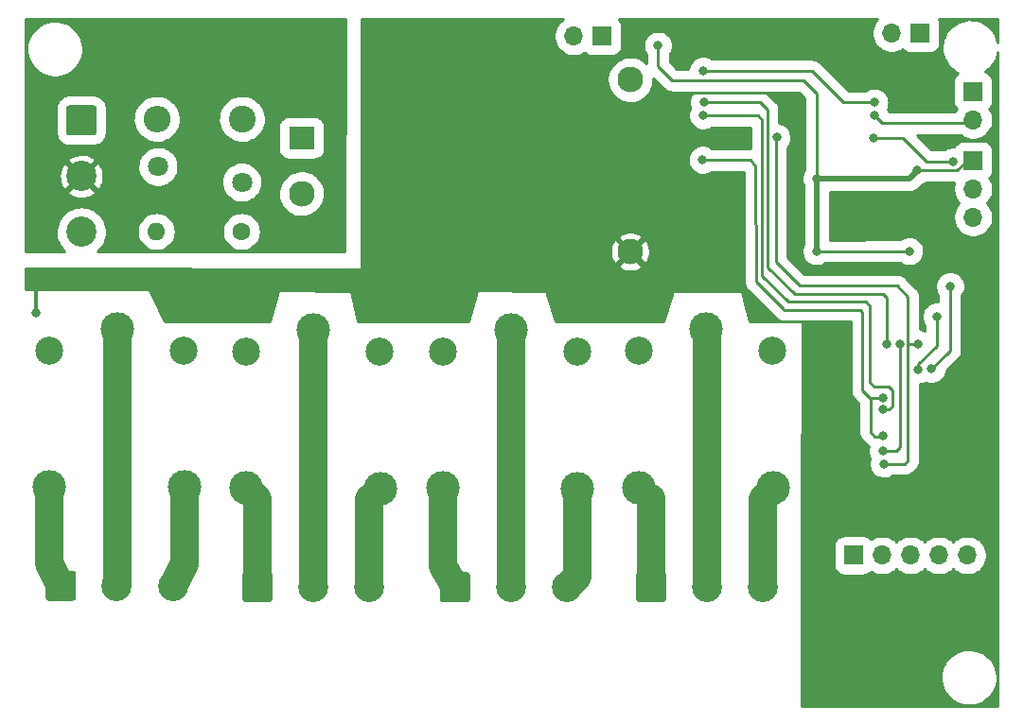
<source format=gbr>
G04 #@! TF.GenerationSoftware,KiCad,Pcbnew,5.99.0-unknown-ae852e1~101~ubuntu18.04.1*
G04 #@! TF.CreationDate,2020-06-05T15:51:04+02:00*
G04 #@! TF.ProjectId,esp_blind,6573705f-626c-4696-9e64-2e6b69636164,rev?*
G04 #@! TF.SameCoordinates,Original*
G04 #@! TF.FileFunction,Copper,L2,Bot*
G04 #@! TF.FilePolarity,Positive*
%FSLAX46Y46*%
G04 Gerber Fmt 4.6, Leading zero omitted, Abs format (unit mm)*
G04 Created by KiCad (PCBNEW 5.99.0-unknown-ae852e1~101~ubuntu18.04.1) date 2020-06-05 15:51:04*
%MOMM*%
%LPD*%
G01*
G04 APERTURE LIST*
G04 #@! TA.AperFunction,ComponentPad*
%ADD10O,2.400000X2.400000*%
G04 #@! TD*
G04 #@! TA.AperFunction,ComponentPad*
%ADD11C,2.400000*%
G04 #@! TD*
G04 #@! TA.AperFunction,ComponentPad*
%ADD12O,1.700000X1.700000*%
G04 #@! TD*
G04 #@! TA.AperFunction,ComponentPad*
%ADD13R,1.700000X1.700000*%
G04 #@! TD*
G04 #@! TA.AperFunction,ComponentPad*
%ADD14O,1.600000X1.600000*%
G04 #@! TD*
G04 #@! TA.AperFunction,ComponentPad*
%ADD15C,1.600000*%
G04 #@! TD*
G04 #@! TA.AperFunction,ComponentPad*
%ADD16C,1.800000*%
G04 #@! TD*
G04 #@! TA.AperFunction,ComponentPad*
%ADD17C,2.300000*%
G04 #@! TD*
G04 #@! TA.AperFunction,ComponentPad*
%ADD18R,2.300000X2.000000*%
G04 #@! TD*
G04 #@! TA.AperFunction,ComponentPad*
%ADD19C,3.000000*%
G04 #@! TD*
G04 #@! TA.AperFunction,ComponentPad*
%ADD20C,2.500000*%
G04 #@! TD*
G04 #@! TA.AperFunction,ComponentPad*
%ADD21C,2.700000*%
G04 #@! TD*
G04 #@! TA.AperFunction,ViaPad*
%ADD22C,0.800000*%
G04 #@! TD*
G04 #@! TA.AperFunction,Conductor*
%ADD23C,0.250000*%
G04 #@! TD*
G04 #@! TA.AperFunction,Conductor*
%ADD24C,2.500000*%
G04 #@! TD*
G04 #@! TA.AperFunction,Conductor*
%ADD25C,0.350000*%
G04 #@! TD*
G04 #@! TA.AperFunction,Conductor*
%ADD26C,0.500000*%
G04 #@! TD*
G04 #@! TA.AperFunction,Conductor*
%ADD27C,0.254000*%
G04 #@! TD*
G04 APERTURE END LIST*
D10*
X116598700Y-76657200D03*
D11*
X124218700Y-76657200D03*
D12*
X189103000Y-115747800D03*
X186563000Y-115747800D03*
X184023000Y-115747800D03*
X181483000Y-115747800D03*
D13*
X178943000Y-115747800D03*
D12*
X153898600Y-69240400D03*
D13*
X156438600Y-69240400D03*
D12*
X189623700Y-76720700D03*
D13*
X189623700Y-74180700D03*
D12*
X182346600Y-68961000D03*
D13*
X184886600Y-68961000D03*
D12*
X189623700Y-85458300D03*
X189623700Y-82918300D03*
D13*
X189623700Y-80378300D03*
D14*
X116560600Y-86741000D03*
D15*
X124180600Y-86741000D03*
D16*
X124213000Y-82324400D03*
X116713000Y-80924400D03*
D17*
X158954500Y-88553300D03*
X129554500Y-83353300D03*
D18*
X129554500Y-78353300D03*
D17*
X158954500Y-73153300D03*
D19*
X165747700Y-95504000D03*
D20*
X171697700Y-97454000D03*
D19*
X171747700Y-109704000D03*
X159697700Y-109654000D03*
D20*
X159697700Y-97454000D03*
D19*
X148264600Y-95539900D03*
D20*
X154214600Y-97489900D03*
D19*
X154264600Y-109739900D03*
X142214600Y-109689900D03*
D20*
X142214600Y-97489900D03*
D19*
X130606800Y-95542100D03*
D20*
X136556800Y-97492100D03*
D19*
X136606800Y-109742100D03*
X124556800Y-109692100D03*
D20*
X124556800Y-97492100D03*
D19*
X113055400Y-95440500D03*
D20*
X119005400Y-97390500D03*
D19*
X119055400Y-109640500D03*
X107005400Y-109590500D03*
D20*
X107005400Y-97390500D03*
D21*
X109855000Y-86784200D03*
X109855000Y-81784200D03*
G04 #@! TA.AperFunction,ComponentPad*
G36*
G01*
X108755001Y-75434200D02*
X110954999Y-75434200D01*
G75*
G02*
X111205000Y-75684201I0J-250001D01*
G01*
X111205000Y-77884199D01*
G75*
G02*
X110954999Y-78134200I-250001J0D01*
G01*
X108755001Y-78134200D01*
G75*
G02*
X108505000Y-77884199I0J250001D01*
G01*
X108505000Y-75684201D01*
G75*
G02*
X108755001Y-75434200I250001J0D01*
G01*
G37*
G04 #@! TD.AperFunction*
X170832800Y-118579900D03*
X165832800Y-118579900D03*
G04 #@! TA.AperFunction,ComponentPad*
G36*
G01*
X159482800Y-119679899D02*
X159482800Y-117479901D01*
G75*
G02*
X159732801Y-117229900I250001J0D01*
G01*
X161932799Y-117229900D01*
G75*
G02*
X162182800Y-117479901I0J-250001D01*
G01*
X162182800Y-119679899D01*
G75*
G02*
X161932799Y-119929900I-250001J0D01*
G01*
X159732801Y-119929900D01*
G75*
G02*
X159482800Y-119679899I0J250001D01*
G01*
G37*
G04 #@! TD.AperFunction*
X153281400Y-118605300D03*
X148281400Y-118605300D03*
G04 #@! TA.AperFunction,ComponentPad*
G36*
G01*
X141931400Y-119705299D02*
X141931400Y-117505301D01*
G75*
G02*
X142181401Y-117255300I250001J0D01*
G01*
X144381399Y-117255300D01*
G75*
G02*
X144631400Y-117505301I0J-250001D01*
G01*
X144631400Y-119705299D01*
G75*
G02*
X144381399Y-119955300I-250001J0D01*
G01*
X142181401Y-119955300D01*
G75*
G02*
X141931400Y-119705299I0J250001D01*
G01*
G37*
G04 #@! TD.AperFunction*
X135603000Y-118579900D03*
X130603000Y-118579900D03*
G04 #@! TA.AperFunction,ComponentPad*
G36*
G01*
X124253000Y-119679899D02*
X124253000Y-117479901D01*
G75*
G02*
X124503001Y-117229900I250001J0D01*
G01*
X126702999Y-117229900D01*
G75*
G02*
X126953000Y-117479901I0J-250001D01*
G01*
X126953000Y-119679899D01*
G75*
G02*
X126702999Y-119929900I-250001J0D01*
G01*
X124503001Y-119929900D01*
G75*
G02*
X124253000Y-119679899I0J250001D01*
G01*
G37*
G04 #@! TD.AperFunction*
X118033800Y-118465600D03*
X113033800Y-118465600D03*
G04 #@! TA.AperFunction,ComponentPad*
G36*
G01*
X106683800Y-119565599D02*
X106683800Y-117365601D01*
G75*
G02*
X106933801Y-117115600I250001J0D01*
G01*
X109133799Y-117115600D01*
G75*
G02*
X109383800Y-117365601I0J-250001D01*
G01*
X109383800Y-119565599D01*
G75*
G02*
X109133799Y-119815600I-250001J0D01*
G01*
X106933801Y-119815600D01*
G75*
G02*
X106683800Y-119565599I0J250001D01*
G01*
G37*
G04 #@! TD.AperFunction*
D22*
X187863480Y-80457040D03*
X187579000Y-91630500D03*
X184721500Y-96837500D03*
X184721500Y-99085400D03*
X185928000Y-99060000D03*
X181927500Y-96837500D03*
X183084706Y-96789472D03*
X181546500Y-106426000D03*
X161444700Y-70089000D03*
X165481000Y-72339200D03*
X165481000Y-72339200D03*
X180797200Y-75184000D03*
X180797200Y-76327000D03*
X180746400Y-78333600D03*
X189484000Y-107607100D03*
X190817500Y-99072700D03*
X190817500Y-101612700D03*
X190792100Y-104165400D03*
X181546500Y-105041700D03*
X181546500Y-105041700D03*
X181584600Y-101638100D03*
X181584600Y-102692200D03*
X165430200Y-80327500D03*
X165481000Y-76352400D03*
X122788800Y-93974800D03*
X140233400Y-93954600D03*
X157612200Y-94000200D03*
X181635400Y-107543600D03*
X172050076Y-78324076D03*
X165544500Y-75184000D03*
X167919400Y-87477600D03*
X105821600Y-94025600D03*
X184632600Y-81280000D03*
X186372500Y-94361000D03*
X177927000Y-86829900D03*
X175615600Y-82016600D03*
X175615600Y-88506300D03*
X183921400Y-88506300D03*
D23*
X183362600Y-78333600D02*
X180746400Y-78333600D01*
X187863480Y-80457040D02*
X185486040Y-80457040D01*
X185486040Y-80457040D02*
X183362600Y-78333600D01*
X189623700Y-80378300D02*
X189085220Y-80378300D01*
X188183520Y-81280000D02*
X184632600Y-81280000D01*
X189085220Y-80378300D02*
X188183520Y-81280000D01*
X181336950Y-76866750D02*
X180797200Y-76327000D01*
X189547500Y-77050900D02*
X181521100Y-77050900D01*
X181521100Y-77050900D02*
X181336950Y-76866750D01*
X187420250Y-97567750D02*
X185928000Y-99060000D01*
X187579000Y-91630500D02*
X187579000Y-97409000D01*
X187579000Y-97409000D02*
X187420250Y-97567750D01*
X183809706Y-96751206D02*
X183809706Y-96941706D01*
X183809706Y-92560206D02*
X183809706Y-96751206D01*
X183896000Y-96837500D02*
X183809706Y-96751206D01*
X184721500Y-96837500D02*
X183896000Y-96837500D01*
X183809706Y-98320794D02*
X183809706Y-107274294D01*
X183809706Y-107274294D02*
X183540400Y-107543600D01*
X183540400Y-107543600D02*
X183261000Y-107543600D01*
X186372500Y-96393000D02*
X186372500Y-96964500D01*
X186372500Y-96964500D02*
X184721500Y-98615500D01*
X184721500Y-98615500D02*
X184721500Y-99085400D01*
X186372500Y-96393000D02*
X186372500Y-95504000D01*
X181927500Y-96837500D02*
X181927500Y-92710000D01*
X181927500Y-92710000D02*
X181597300Y-92379800D01*
X181597300Y-92379800D02*
X181127400Y-92379800D01*
X181546500Y-106426000D02*
X182753000Y-106426000D01*
X182753000Y-106426000D02*
X183084706Y-106094294D01*
X183084706Y-106094294D02*
X183084706Y-105459294D01*
X183084706Y-96789472D02*
X183084706Y-105459294D01*
X183809706Y-96941706D02*
X183809706Y-98320794D01*
X181762400Y-91617800D02*
X182867300Y-91617800D01*
X182867300Y-91617800D02*
X183809706Y-92560206D01*
X186372500Y-95504000D02*
X186372500Y-95567500D01*
X186372500Y-94361000D02*
X186372500Y-95504000D01*
X171983400Y-89471500D02*
X171983400Y-78390752D01*
X181762400Y-91617800D02*
X174129700Y-91617800D01*
X174129700Y-91617800D02*
X171983400Y-89471500D01*
X171983400Y-78390752D02*
X172050076Y-78324076D01*
X171069000Y-74269600D02*
X164515800Y-74269600D01*
X180797200Y-75184000D02*
X178460400Y-75184000D01*
X180441600Y-101638100D02*
X180441600Y-102565200D01*
X180441600Y-102565200D02*
X180441600Y-104698800D01*
X180441600Y-104698800D02*
X180479700Y-104736900D01*
X181584600Y-101638100D02*
X180441600Y-101638100D01*
X181546500Y-105041700D02*
X181389790Y-105092500D01*
X181389790Y-105092500D02*
X180835300Y-105092500D01*
X180835300Y-105092500D02*
X180479700Y-104736900D01*
D24*
X165832800Y-118579900D02*
X165832800Y-104220000D01*
D23*
X165832800Y-104220000D02*
X165823900Y-104211100D01*
X165823900Y-95580200D02*
X165747700Y-95504000D01*
D24*
X165823900Y-104211100D02*
X165823900Y-95580200D01*
X148281400Y-118605300D02*
X148281400Y-104118400D01*
D23*
X148281400Y-104118400D02*
X148264600Y-104101600D01*
D24*
X148264600Y-104101600D02*
X148264600Y-95539900D01*
D23*
X136606800Y-110624100D02*
X136606800Y-109742100D01*
X119055400Y-110128800D02*
X119055400Y-109640500D01*
X107005400Y-109987400D02*
X107005400Y-109590500D01*
X113055400Y-108788200D02*
X113033800Y-108809800D01*
D24*
X113055400Y-118440200D02*
X113055400Y-95440500D01*
D23*
X113030000Y-118465600D02*
X113055400Y-118440200D01*
X113033800Y-118465600D02*
X113030000Y-118465600D01*
X108033800Y-118407200D02*
X107975400Y-118348800D01*
X108033800Y-118465600D02*
X108033800Y-118407200D01*
X107005400Y-110256600D02*
X107010200Y-110261400D01*
X107005400Y-109590500D02*
X107005400Y-110256600D01*
X119049800Y-116535200D02*
X119049800Y-117449600D01*
X119055400Y-116529600D02*
X119049800Y-116535200D01*
D24*
X119055400Y-109640500D02*
X119055400Y-116529600D01*
X119024400Y-116636800D02*
X118033800Y-118465600D01*
X125603000Y-110738300D02*
X124556800Y-109692100D01*
D23*
X125603000Y-111582200D02*
X125603000Y-110738300D01*
D24*
X135610600Y-110738300D02*
X136606800Y-109742100D01*
D23*
X135610600Y-111531400D02*
X135610600Y-110738300D01*
X135603000Y-111539000D02*
X135610600Y-111531400D01*
X130603000Y-98098600D02*
X130606800Y-98094800D01*
D24*
X130606800Y-98094800D02*
X130606800Y-95542100D01*
X130603000Y-118579900D02*
X130603000Y-98098600D01*
X125603000Y-118579900D02*
X125603000Y-110718600D01*
X135603000Y-118579900D02*
X135610600Y-110820200D01*
X107010200Y-116484400D02*
X108033800Y-118465600D01*
X107010200Y-110261400D02*
X107010200Y-116484400D01*
D23*
X181635400Y-107543600D02*
X183261000Y-107543600D01*
X178054000Y-75184000D02*
X178460400Y-75184000D01*
X175209200Y-72339200D02*
X178054000Y-75184000D01*
X165481000Y-72339200D02*
X175209200Y-72339200D01*
X170408600Y-76352400D02*
X168135300Y-76352400D01*
X170764200Y-76733400D02*
X170408600Y-76352400D01*
X168135300Y-76352400D02*
X165481000Y-76352400D01*
X182118000Y-102692200D02*
X182435500Y-102374700D01*
X180416200Y-93421200D02*
X180035200Y-93040200D01*
X180416200Y-100304600D02*
X180416200Y-93421200D01*
X180771800Y-100660200D02*
X180416200Y-100304600D01*
X182435500Y-102374700D02*
X182435500Y-101003100D01*
X182435500Y-101003100D02*
X182092600Y-100660200D01*
X181584600Y-102692200D02*
X182118000Y-102692200D01*
X182092600Y-100660200D02*
X180771800Y-100660200D01*
X143281400Y-118605300D02*
X143281400Y-118592600D01*
D24*
X154254200Y-117632500D02*
X153281400Y-118605300D01*
X154254200Y-116784600D02*
X154254200Y-117632500D01*
D23*
X154264600Y-116774200D02*
X154254200Y-116784600D01*
D24*
X154264600Y-109739900D02*
X154264600Y-116774200D01*
X142214600Y-116611400D02*
X142214600Y-109689900D01*
X143281400Y-118592600D02*
X142214600Y-116738400D01*
X170832800Y-110675400D02*
X170832800Y-118579900D01*
X171747700Y-109760500D02*
X170832800Y-110675400D01*
D23*
X171747700Y-109704000D02*
X171747700Y-109760500D01*
D24*
X160832800Y-110667800D02*
X160832800Y-118579900D01*
D23*
X159819000Y-109654000D02*
X160832800Y-110667800D01*
X159697700Y-109654000D02*
X159819000Y-109654000D01*
X170561000Y-75184000D02*
X171246800Y-75819000D01*
X165811200Y-75184000D02*
X170535600Y-75184000D01*
X165544500Y-75184000D02*
X165811200Y-75184000D01*
D25*
X105821600Y-94025600D02*
X105821600Y-90962600D01*
D23*
X180365400Y-101638100D02*
X180441600Y-101638100D01*
X179730400Y-94449900D02*
X179717700Y-100990400D01*
X179730400Y-93980000D02*
X179730400Y-94449900D01*
X169684700Y-80327500D02*
X170180000Y-80924400D01*
X165430200Y-80327500D02*
X169684700Y-80327500D01*
X179527200Y-93776800D02*
X179730400Y-93980000D01*
X179717700Y-100990400D02*
X180365400Y-101638100D01*
D26*
X183946800Y-82016600D02*
X184607200Y-81356200D01*
D23*
X183870600Y-82016600D02*
X183946800Y-82016600D01*
X169138600Y-92887800D02*
X169316400Y-93624400D01*
X170332400Y-94792800D02*
X174193200Y-94818200D01*
X169316400Y-93624400D02*
X170332400Y-94792800D01*
X174218600Y-92379800D02*
X181127400Y-92379800D01*
X180035200Y-93040200D02*
X173469300Y-93040200D01*
X172948600Y-93776800D02*
X179527200Y-93776800D01*
X173685200Y-92379800D02*
X171246800Y-89941400D01*
X173697900Y-92379800D02*
X173685200Y-92379800D01*
X171246800Y-75819000D02*
X171246800Y-89941400D01*
X174218600Y-92379800D02*
X173697900Y-92379800D01*
X173088300Y-93040200D02*
X170764200Y-90716100D01*
X173164500Y-93040200D02*
X173088300Y-93040200D01*
X170764200Y-90716100D02*
X170764200Y-76733400D01*
X173469300Y-93040200D02*
X173164500Y-93040200D01*
X170180000Y-80924400D02*
X170201784Y-91271284D01*
X172656500Y-93726000D02*
X170201784Y-91271284D01*
X172707300Y-93776800D02*
X172656500Y-93726000D01*
X172948600Y-93776800D02*
X172707300Y-93776800D01*
X161444700Y-71973200D02*
X161444700Y-70089000D01*
X162687000Y-73215500D02*
X161444700Y-71973200D01*
X173367700Y-73215500D02*
X162687000Y-73215500D01*
D26*
X183870600Y-82016600D02*
X175615600Y-82016600D01*
D23*
X175615600Y-74383900D02*
X175615600Y-82016600D01*
X174447200Y-73215500D02*
X175615600Y-74383900D01*
X173367700Y-73215500D02*
X174447200Y-73215500D01*
D26*
X175615600Y-88531700D02*
X175615600Y-82016600D01*
D23*
X183921400Y-88506300D02*
X175615600Y-88531700D01*
G36*
X191860001Y-129273605D02*
G01*
X174319861Y-129258553D01*
X174321751Y-126635718D01*
X186737588Y-126635718D01*
X186751295Y-126949653D01*
X186752155Y-126957636D01*
X186805641Y-127267284D01*
X186807509Y-127275093D01*
X186899906Y-127575435D01*
X186902750Y-127582944D01*
X187032561Y-127869111D01*
X187036337Y-127876198D01*
X187201458Y-128143551D01*
X187206104Y-128150100D01*
X187403857Y-128394305D01*
X187409297Y-128400211D01*
X187636478Y-128617310D01*
X187642625Y-128622476D01*
X187895549Y-128808948D01*
X187902302Y-128813292D01*
X188176871Y-128966115D01*
X188184121Y-128969565D01*
X188475882Y-129086261D01*
X188483512Y-129088762D01*
X188787737Y-129167441D01*
X188795623Y-129168952D01*
X189107378Y-129208336D01*
X189115392Y-129208833D01*
X189429626Y-129208285D01*
X189437638Y-129207760D01*
X189749254Y-129167287D01*
X189757134Y-129165748D01*
X190061083Y-129086009D01*
X190068704Y-129083481D01*
X190360056Y-128965767D01*
X190367294Y-128962292D01*
X190641327Y-128808512D01*
X190648065Y-128804145D01*
X190900337Y-128616790D01*
X190906466Y-128611602D01*
X191132887Y-128393713D01*
X191138307Y-128387788D01*
X191335206Y-128142893D01*
X191339829Y-128136328D01*
X191504015Y-127868400D01*
X191507766Y-127861301D01*
X191636579Y-127574683D01*
X191639397Y-127567164D01*
X191730746Y-127266500D01*
X191732586Y-127258684D01*
X191785096Y-126948227D01*
X191785966Y-126938973D01*
X191794231Y-126527280D01*
X191793732Y-126517998D01*
X191753724Y-126205684D01*
X191752198Y-126197800D01*
X191672989Y-125893714D01*
X191670475Y-125886089D01*
X191553270Y-125594531D01*
X191549807Y-125587286D01*
X191396504Y-125312985D01*
X191392149Y-125306240D01*
X191205236Y-125053641D01*
X191200059Y-125047504D01*
X190982564Y-124820702D01*
X190976649Y-124815273D01*
X190732099Y-124617945D01*
X190725542Y-124613311D01*
X190457901Y-124448658D01*
X190450808Y-124444894D01*
X190164415Y-124315582D01*
X190156901Y-124312750D01*
X189856397Y-124220878D01*
X189848585Y-124219024D01*
X189538844Y-124166079D01*
X189530860Y-124165233D01*
X189216901Y-124152073D01*
X189208874Y-124152249D01*
X188895789Y-124179089D01*
X188887849Y-124180283D01*
X188580712Y-124246689D01*
X188572988Y-124248882D01*
X188276778Y-124353775D01*
X188269395Y-124356932D01*
X187988915Y-124498612D01*
X187981993Y-124502682D01*
X187721789Y-124678853D01*
X187715440Y-124683769D01*
X187479730Y-124891576D01*
X187474058Y-124897259D01*
X187266662Y-125133331D01*
X187261757Y-125139688D01*
X187086040Y-125400199D01*
X187081983Y-125407128D01*
X186940792Y-125687856D01*
X186937648Y-125695244D01*
X186833272Y-125991637D01*
X186831093Y-125999365D01*
X186765224Y-126306617D01*
X186764044Y-126314559D01*
X186737749Y-126627690D01*
X186737588Y-126635718D01*
X174321751Y-126635718D01*
X174330217Y-114893496D01*
X177159479Y-114893496D01*
X177159479Y-116601028D01*
X177159810Y-116607475D01*
X177177801Y-116782479D01*
X177181120Y-116797187D01*
X177260175Y-117019628D01*
X177268106Y-117034933D01*
X177404867Y-117228679D01*
X177416632Y-117241276D01*
X177600593Y-117390941D01*
X177615321Y-117399897D01*
X177832840Y-117494378D01*
X177849438Y-117499029D01*
X178080107Y-117530734D01*
X178088696Y-117531321D01*
X179796228Y-117531321D01*
X179802675Y-117530990D01*
X179977679Y-117512999D01*
X179992387Y-117509680D01*
X180214828Y-117430625D01*
X180230133Y-117422694D01*
X180423879Y-117285933D01*
X180436476Y-117274168D01*
X180483240Y-117216688D01*
X180548156Y-117263852D01*
X180556598Y-117269025D01*
X180796828Y-117391429D01*
X180805976Y-117395218D01*
X181062396Y-117478534D01*
X181072024Y-117480845D01*
X181338321Y-117523023D01*
X181348191Y-117523800D01*
X181617809Y-117523800D01*
X181627679Y-117523023D01*
X181893976Y-117480845D01*
X181903604Y-117478534D01*
X182160024Y-117395218D01*
X182169172Y-117391429D01*
X182409402Y-117269025D01*
X182417844Y-117263852D01*
X182635969Y-117105375D01*
X182643498Y-117098945D01*
X182753000Y-116989443D01*
X182862502Y-117098945D01*
X182870031Y-117105375D01*
X183088156Y-117263852D01*
X183096598Y-117269025D01*
X183336828Y-117391429D01*
X183345976Y-117395218D01*
X183602396Y-117478534D01*
X183612024Y-117480845D01*
X183878321Y-117523023D01*
X183888191Y-117523800D01*
X184157809Y-117523800D01*
X184167679Y-117523023D01*
X184433976Y-117480845D01*
X184443604Y-117478534D01*
X184700024Y-117395218D01*
X184709172Y-117391429D01*
X184949402Y-117269025D01*
X184957844Y-117263852D01*
X185175969Y-117105375D01*
X185183498Y-117098945D01*
X185293000Y-116989443D01*
X185402502Y-117098945D01*
X185410031Y-117105375D01*
X185628156Y-117263852D01*
X185636598Y-117269025D01*
X185876828Y-117391429D01*
X185885976Y-117395218D01*
X186142396Y-117478534D01*
X186152024Y-117480845D01*
X186418321Y-117523023D01*
X186428191Y-117523800D01*
X186697809Y-117523800D01*
X186707679Y-117523023D01*
X186973976Y-117480845D01*
X186983604Y-117478534D01*
X187240024Y-117395218D01*
X187249172Y-117391429D01*
X187489402Y-117269025D01*
X187497844Y-117263852D01*
X187715969Y-117105375D01*
X187723498Y-117098945D01*
X187833000Y-116989443D01*
X187942502Y-117098945D01*
X187950031Y-117105375D01*
X188168156Y-117263852D01*
X188176598Y-117269025D01*
X188416828Y-117391429D01*
X188425976Y-117395218D01*
X188682396Y-117478534D01*
X188692024Y-117480845D01*
X188958321Y-117523023D01*
X188968191Y-117523800D01*
X189237809Y-117523800D01*
X189247679Y-117523023D01*
X189513976Y-117480845D01*
X189523604Y-117478534D01*
X189780024Y-117395218D01*
X189789172Y-117391429D01*
X190029402Y-117269025D01*
X190037844Y-117263852D01*
X190255969Y-117105375D01*
X190263498Y-117098945D01*
X190454145Y-116908298D01*
X190460575Y-116900769D01*
X190619052Y-116682644D01*
X190624225Y-116674202D01*
X190746629Y-116433972D01*
X190750418Y-116424824D01*
X190833734Y-116168404D01*
X190836045Y-116158776D01*
X190878223Y-115892479D01*
X190879000Y-115882609D01*
X190879000Y-115612991D01*
X190878223Y-115603121D01*
X190836045Y-115336824D01*
X190833734Y-115327196D01*
X190750418Y-115070776D01*
X190746629Y-115061628D01*
X190624225Y-114821398D01*
X190619052Y-114812956D01*
X190460575Y-114594831D01*
X190454145Y-114587302D01*
X190263498Y-114396655D01*
X190255969Y-114390225D01*
X190037844Y-114231748D01*
X190029402Y-114226575D01*
X189789172Y-114104171D01*
X189780024Y-114100382D01*
X189523604Y-114017066D01*
X189513976Y-114014755D01*
X189247679Y-113972577D01*
X189237809Y-113971800D01*
X188968191Y-113971800D01*
X188958321Y-113972577D01*
X188692024Y-114014755D01*
X188682396Y-114017066D01*
X188425976Y-114100382D01*
X188416828Y-114104171D01*
X188176598Y-114226575D01*
X188168156Y-114231748D01*
X187950031Y-114390225D01*
X187942502Y-114396655D01*
X187833000Y-114506157D01*
X187723498Y-114396655D01*
X187715969Y-114390225D01*
X187497844Y-114231748D01*
X187489402Y-114226575D01*
X187249172Y-114104171D01*
X187240024Y-114100382D01*
X186983604Y-114017066D01*
X186973976Y-114014755D01*
X186707679Y-113972577D01*
X186697809Y-113971800D01*
X186428191Y-113971800D01*
X186418321Y-113972577D01*
X186152024Y-114014755D01*
X186142396Y-114017066D01*
X185885976Y-114100382D01*
X185876828Y-114104171D01*
X185636598Y-114226575D01*
X185628156Y-114231748D01*
X185410031Y-114390225D01*
X185402502Y-114396655D01*
X185293000Y-114506157D01*
X185183498Y-114396655D01*
X185175969Y-114390225D01*
X184957844Y-114231748D01*
X184949402Y-114226575D01*
X184709172Y-114104171D01*
X184700024Y-114100382D01*
X184443604Y-114017066D01*
X184433976Y-114014755D01*
X184167679Y-113972577D01*
X184157809Y-113971800D01*
X183888191Y-113971800D01*
X183878321Y-113972577D01*
X183612024Y-114014755D01*
X183602396Y-114017066D01*
X183345976Y-114100382D01*
X183336828Y-114104171D01*
X183096598Y-114226575D01*
X183088156Y-114231748D01*
X182870031Y-114390225D01*
X182862502Y-114396655D01*
X182753000Y-114506157D01*
X182643498Y-114396655D01*
X182635969Y-114390225D01*
X182417844Y-114231748D01*
X182409402Y-114226575D01*
X182169172Y-114104171D01*
X182160024Y-114100382D01*
X181903604Y-114017066D01*
X181893976Y-114014755D01*
X181627679Y-113972577D01*
X181617809Y-113971800D01*
X181348191Y-113971800D01*
X181338321Y-113972577D01*
X181072024Y-114014755D01*
X181062396Y-114017066D01*
X180805976Y-114100382D01*
X180796828Y-114104171D01*
X180556598Y-114226575D01*
X180548156Y-114231748D01*
X180487442Y-114275859D01*
X180481133Y-114266921D01*
X180469368Y-114254324D01*
X180285407Y-114104659D01*
X180270679Y-114095703D01*
X180053160Y-114001222D01*
X180036562Y-113996571D01*
X179805893Y-113964866D01*
X179797304Y-113964279D01*
X178089772Y-113964279D01*
X178083325Y-113964610D01*
X177908321Y-113982601D01*
X177893613Y-113985920D01*
X177671172Y-114064975D01*
X177655867Y-114072906D01*
X177462121Y-114209667D01*
X177449524Y-114221432D01*
X177299859Y-114405393D01*
X177290903Y-114420121D01*
X177196422Y-114637640D01*
X177191771Y-114654238D01*
X177160066Y-114884907D01*
X177159479Y-114893496D01*
X174330217Y-114893496D01*
X174344637Y-94893273D01*
X174281552Y-94829800D01*
X178676661Y-94829800D01*
X178664771Y-100952855D01*
X178658947Y-101038279D01*
X178659742Y-101053451D01*
X178675419Y-101143276D01*
X178686198Y-101233819D01*
X178689793Y-101248579D01*
X178697273Y-101268492D01*
X178700931Y-101289446D01*
X178705321Y-101303989D01*
X178741977Y-101387495D01*
X178774037Y-101472842D01*
X178781050Y-101486319D01*
X178793061Y-101503869D01*
X178801678Y-101523498D01*
X178809615Y-101536839D01*
X178860720Y-101602723D01*
X178916355Y-101684010D01*
X178926380Y-101695425D01*
X178994405Y-101756271D01*
X179388600Y-102150467D01*
X179388601Y-102506823D01*
X179388600Y-102506837D01*
X179388601Y-104662285D01*
X179382847Y-104746679D01*
X179383642Y-104761851D01*
X179399499Y-104852706D01*
X179410573Y-104944222D01*
X179414197Y-104958974D01*
X179421351Y-104977909D01*
X179424831Y-104997847D01*
X179429221Y-105012389D01*
X179466285Y-105096825D01*
X179498876Y-105183074D01*
X179505915Y-105196538D01*
X179517377Y-105213214D01*
X179525578Y-105231898D01*
X179533515Y-105245239D01*
X179585038Y-105311662D01*
X179641603Y-105393965D01*
X179651650Y-105405361D01*
X179719021Y-105465386D01*
X180064886Y-105811251D01*
X180120504Y-105875008D01*
X180131795Y-105885174D01*
X180207239Y-105938197D01*
X180279793Y-105995086D01*
X180283785Y-105997504D01*
X180222309Y-106251615D01*
X180220544Y-106265593D01*
X180216582Y-106549322D01*
X180217957Y-106563343D01*
X180276953Y-106840898D01*
X180281400Y-106854267D01*
X180384322Y-107077011D01*
X180382751Y-107080177D01*
X180377932Y-107093416D01*
X180311209Y-107369215D01*
X180309444Y-107383193D01*
X180305482Y-107666922D01*
X180306857Y-107680943D01*
X180365853Y-107958498D01*
X180370300Y-107971867D01*
X180489322Y-108229454D01*
X180496620Y-108241505D01*
X180669753Y-108466322D01*
X180679540Y-108476456D01*
X180898177Y-108657329D01*
X180909967Y-108665044D01*
X181163243Y-108792983D01*
X181176449Y-108797894D01*
X181451775Y-108866540D01*
X181465740Y-108868404D01*
X181749434Y-108874347D01*
X181763465Y-108873070D01*
X182041425Y-108816013D01*
X182054825Y-108811659D01*
X182313237Y-108694438D01*
X182325338Y-108687224D01*
X182444731Y-108596600D01*
X183503899Y-108596600D01*
X183588280Y-108602353D01*
X183603451Y-108601558D01*
X183694290Y-108585704D01*
X183785822Y-108574628D01*
X183800575Y-108571004D01*
X183819515Y-108563848D01*
X183839446Y-108560369D01*
X183853989Y-108555979D01*
X183938410Y-108518922D01*
X184024673Y-108486325D01*
X184038136Y-108479287D01*
X184054817Y-108467823D01*
X184073500Y-108459621D01*
X184086840Y-108451684D01*
X184153254Y-108400169D01*
X184235565Y-108343597D01*
X184246961Y-108333551D01*
X184306995Y-108266170D01*
X184528457Y-108044708D01*
X184592214Y-107989090D01*
X184602380Y-107977799D01*
X184655403Y-107902355D01*
X184712292Y-107829801D01*
X184720162Y-107816805D01*
X184728488Y-107798365D01*
X184740128Y-107781802D01*
X184747308Y-107768413D01*
X184780806Y-107682496D01*
X184818746Y-107598468D01*
X184823289Y-107583972D01*
X184826977Y-107564073D01*
X184834390Y-107545061D01*
X184838211Y-107530015D01*
X184848748Y-107446604D01*
X184866945Y-107348422D01*
X184867899Y-107333259D01*
X184862706Y-107243195D01*
X184862706Y-100412173D01*
X185127525Y-100357813D01*
X185140925Y-100353459D01*
X185352816Y-100257340D01*
X185455843Y-100309383D01*
X185469049Y-100314294D01*
X185744375Y-100382940D01*
X185758340Y-100384804D01*
X186042034Y-100390747D01*
X186056065Y-100389470D01*
X186334025Y-100332413D01*
X186347425Y-100328059D01*
X186605837Y-100210838D01*
X186617938Y-100203624D01*
X186843958Y-100032066D01*
X186854160Y-100022350D01*
X187036556Y-99804980D01*
X187044352Y-99793245D01*
X187174057Y-99540868D01*
X187179060Y-99527697D01*
X187249736Y-99252428D01*
X187251716Y-99237589D01*
X187251888Y-99225278D01*
X188207079Y-98270088D01*
X188207096Y-98270069D01*
X188297751Y-98179414D01*
X188361508Y-98123796D01*
X188371674Y-98112505D01*
X188424697Y-98037061D01*
X188481586Y-97964507D01*
X188489456Y-97951511D01*
X188497782Y-97933071D01*
X188509422Y-97916508D01*
X188516602Y-97903119D01*
X188550100Y-97817202D01*
X188588040Y-97733174D01*
X188592583Y-97718678D01*
X188596271Y-97698779D01*
X188603684Y-97679767D01*
X188607505Y-97664721D01*
X188618042Y-97581310D01*
X188636239Y-97483128D01*
X188637193Y-97467965D01*
X188632000Y-97377901D01*
X188632000Y-92441688D01*
X188687556Y-92375480D01*
X188695352Y-92363745D01*
X188825057Y-92111368D01*
X188830060Y-92098197D01*
X188900736Y-91822928D01*
X188902716Y-91808088D01*
X188907159Y-91489941D01*
X188905594Y-91475052D01*
X188842630Y-91197916D01*
X188837997Y-91184611D01*
X188715390Y-90928711D01*
X188707924Y-90916763D01*
X188531670Y-90694386D01*
X188521742Y-90684389D01*
X188300601Y-90506586D01*
X188288705Y-90499037D01*
X188033667Y-90374647D01*
X188020395Y-90369921D01*
X187744136Y-90305124D01*
X187730146Y-90303456D01*
X187446397Y-90301475D01*
X187432386Y-90302948D01*
X187155249Y-90363880D01*
X187141912Y-90368420D01*
X186885162Y-90489238D01*
X186873162Y-90496621D01*
X186649560Y-90671318D01*
X186639493Y-90681175D01*
X186460151Y-90901070D01*
X186452518Y-90912913D01*
X186326351Y-91167077D01*
X186321532Y-91180316D01*
X186254809Y-91456115D01*
X186253044Y-91470093D01*
X186249082Y-91753822D01*
X186250457Y-91767843D01*
X186309453Y-92045398D01*
X186313900Y-92058767D01*
X186432922Y-92316354D01*
X186440220Y-92328405D01*
X186526000Y-92439791D01*
X186526000Y-93034237D01*
X186523646Y-93033956D01*
X186239897Y-93031975D01*
X186225886Y-93033448D01*
X185948749Y-93094380D01*
X185935412Y-93098920D01*
X185678662Y-93219738D01*
X185666662Y-93227121D01*
X185443060Y-93401818D01*
X185432993Y-93411675D01*
X185253651Y-93631570D01*
X185246018Y-93643413D01*
X185119851Y-93897577D01*
X185115032Y-93910816D01*
X185048309Y-94186615D01*
X185046544Y-94200593D01*
X185042582Y-94484322D01*
X185043957Y-94498343D01*
X185102953Y-94775898D01*
X185107400Y-94789267D01*
X185226422Y-95046854D01*
X185233720Y-95058905D01*
X185319501Y-95170292D01*
X185319501Y-95445622D01*
X185319500Y-95445636D01*
X185319500Y-95651555D01*
X185176167Y-95581647D01*
X185162895Y-95576921D01*
X184886636Y-95512124D01*
X184872646Y-95510456D01*
X184862706Y-95510387D01*
X184862706Y-92596706D01*
X184868459Y-92512326D01*
X184867664Y-92497154D01*
X184851811Y-92406316D01*
X184840734Y-92314783D01*
X184837110Y-92300029D01*
X184829955Y-92281097D01*
X184826476Y-92261160D01*
X184822085Y-92246615D01*
X184785022Y-92162185D01*
X184752431Y-92075933D01*
X184745392Y-92062468D01*
X184733930Y-92045792D01*
X184725728Y-92027106D01*
X184717791Y-92013765D01*
X184666267Y-91947342D01*
X184609703Y-91865041D01*
X184599657Y-91853645D01*
X184532295Y-91793628D01*
X183637707Y-90899041D01*
X183582096Y-90835292D01*
X183570805Y-90825126D01*
X183495361Y-90772103D01*
X183422807Y-90715214D01*
X183409811Y-90707344D01*
X183391371Y-90699018D01*
X183374808Y-90687378D01*
X183361419Y-90680198D01*
X183275502Y-90646700D01*
X183191474Y-90608760D01*
X183176978Y-90604217D01*
X183157079Y-90600529D01*
X183138067Y-90593116D01*
X183123022Y-90589295D01*
X183039619Y-90578759D01*
X182941426Y-90560561D01*
X182926265Y-90559607D01*
X182836193Y-90564800D01*
X174565866Y-90564800D01*
X173036400Y-89035335D01*
X173036400Y-79214725D01*
X173158632Y-79069056D01*
X173166428Y-79057321D01*
X173296133Y-78804944D01*
X173301136Y-78791773D01*
X173371812Y-78516504D01*
X173373792Y-78501664D01*
X173378235Y-78183517D01*
X173376670Y-78168628D01*
X173313706Y-77891492D01*
X173309073Y-77878187D01*
X173186466Y-77622287D01*
X173179000Y-77610339D01*
X173002746Y-77387962D01*
X172992818Y-77377965D01*
X172771677Y-77200162D01*
X172759781Y-77192613D01*
X172504743Y-77068223D01*
X172491471Y-77063497D01*
X172299800Y-77018540D01*
X172299800Y-75836105D01*
X172302931Y-75730464D01*
X172301553Y-75715334D01*
X172286470Y-75644997D01*
X172277828Y-75573578D01*
X172274204Y-75558824D01*
X172259841Y-75520814D01*
X172251325Y-75481097D01*
X172246378Y-75466733D01*
X172214954Y-75402024D01*
X172189525Y-75334727D01*
X172182486Y-75321263D01*
X172159476Y-75287783D01*
X172141657Y-75251089D01*
X172133212Y-75238061D01*
X172089522Y-75185999D01*
X172046798Y-75123835D01*
X172036751Y-75112439D01*
X171953063Y-75037876D01*
X171232352Y-74370550D01*
X171226483Y-74365738D01*
X171092141Y-74268500D01*
X174011034Y-74268500D01*
X174562600Y-74820067D01*
X174562601Y-81206430D01*
X174496751Y-81287170D01*
X174489119Y-81299013D01*
X174362951Y-81553177D01*
X174358132Y-81566416D01*
X174291409Y-81842215D01*
X174289644Y-81856193D01*
X174285682Y-82139922D01*
X174287057Y-82153943D01*
X174346053Y-82431498D01*
X174350500Y-82444867D01*
X174437601Y-82633371D01*
X174437600Y-87892497D01*
X174362951Y-88042877D01*
X174358132Y-88056116D01*
X174291409Y-88331915D01*
X174289644Y-88345893D01*
X174285682Y-88629622D01*
X174287057Y-88643643D01*
X174346053Y-88921198D01*
X174350500Y-88934567D01*
X174469522Y-89192154D01*
X174476820Y-89204205D01*
X174649953Y-89429022D01*
X174659740Y-89439156D01*
X174878377Y-89620029D01*
X174890167Y-89627744D01*
X175143443Y-89755683D01*
X175156649Y-89760594D01*
X175431975Y-89829240D01*
X175445940Y-89831104D01*
X175729634Y-89837047D01*
X175743665Y-89835770D01*
X176021625Y-89778713D01*
X176035025Y-89774359D01*
X176293437Y-89657138D01*
X176305538Y-89649924D01*
X176394601Y-89582322D01*
X183113758Y-89561773D01*
X183184177Y-89620029D01*
X183195967Y-89627744D01*
X183449243Y-89755683D01*
X183462449Y-89760594D01*
X183737775Y-89829240D01*
X183751740Y-89831104D01*
X184035434Y-89837047D01*
X184049465Y-89835770D01*
X184327425Y-89778713D01*
X184340825Y-89774359D01*
X184599237Y-89657138D01*
X184611338Y-89649924D01*
X184837358Y-89478366D01*
X184847560Y-89468650D01*
X185029956Y-89251280D01*
X185037752Y-89239545D01*
X185167457Y-88987168D01*
X185172460Y-88973997D01*
X185243136Y-88698728D01*
X185245116Y-88683888D01*
X185249559Y-88365741D01*
X185247994Y-88350852D01*
X185185030Y-88073716D01*
X185180397Y-88060411D01*
X185057790Y-87804511D01*
X185050324Y-87792563D01*
X184874070Y-87570186D01*
X184864142Y-87560189D01*
X184643001Y-87382386D01*
X184631105Y-87374837D01*
X184376067Y-87250447D01*
X184362795Y-87245721D01*
X184086536Y-87180924D01*
X184072546Y-87179256D01*
X183788797Y-87177275D01*
X183774786Y-87178748D01*
X183497649Y-87239680D01*
X183484312Y-87244220D01*
X183227562Y-87365038D01*
X183215562Y-87372421D01*
X183108866Y-87455781D01*
X176793600Y-87475094D01*
X176793600Y-83194600D01*
X183905957Y-83194600D01*
X184001270Y-83201098D01*
X184016441Y-83200303D01*
X184282240Y-83153913D01*
X184296784Y-83149522D01*
X184543996Y-83041004D01*
X184557337Y-83033067D01*
X184727786Y-82900854D01*
X184733726Y-82895616D01*
X185105574Y-82523768D01*
X185310437Y-82430838D01*
X185322538Y-82423624D01*
X185441931Y-82333000D01*
X187946479Y-82333000D01*
X187892966Y-82497696D01*
X187890655Y-82507324D01*
X187848477Y-82773621D01*
X187847700Y-82783491D01*
X187847700Y-83053109D01*
X187848477Y-83062979D01*
X187890655Y-83329276D01*
X187892966Y-83338904D01*
X187976282Y-83595324D01*
X187980071Y-83604472D01*
X188102475Y-83844702D01*
X188107648Y-83853144D01*
X188266125Y-84071269D01*
X188272555Y-84078798D01*
X188382057Y-84188300D01*
X188272555Y-84297802D01*
X188266125Y-84305331D01*
X188107648Y-84523456D01*
X188102475Y-84531898D01*
X187980071Y-84772128D01*
X187976282Y-84781276D01*
X187892966Y-85037696D01*
X187890655Y-85047324D01*
X187848477Y-85313621D01*
X187847700Y-85323491D01*
X187847700Y-85593109D01*
X187848477Y-85602979D01*
X187890655Y-85869276D01*
X187892966Y-85878904D01*
X187976282Y-86135324D01*
X187980071Y-86144472D01*
X188102475Y-86384702D01*
X188107648Y-86393144D01*
X188266125Y-86611269D01*
X188272555Y-86618798D01*
X188463202Y-86809445D01*
X188470731Y-86815875D01*
X188688856Y-86974352D01*
X188697298Y-86979525D01*
X188937528Y-87101929D01*
X188946676Y-87105718D01*
X189203096Y-87189034D01*
X189212724Y-87191345D01*
X189479021Y-87233523D01*
X189488891Y-87234300D01*
X189758509Y-87234300D01*
X189768379Y-87233523D01*
X190034676Y-87191345D01*
X190044304Y-87189034D01*
X190300724Y-87105718D01*
X190309872Y-87101929D01*
X190550102Y-86979525D01*
X190558544Y-86974352D01*
X190776669Y-86815875D01*
X190784198Y-86809445D01*
X190974845Y-86618798D01*
X190981275Y-86611269D01*
X191139752Y-86393144D01*
X191144925Y-86384702D01*
X191267329Y-86144472D01*
X191271118Y-86135324D01*
X191354434Y-85878904D01*
X191356745Y-85869276D01*
X191398923Y-85602979D01*
X191399700Y-85593109D01*
X191399700Y-85323491D01*
X191398923Y-85313621D01*
X191356745Y-85047324D01*
X191354434Y-85037696D01*
X191271118Y-84781276D01*
X191267329Y-84772128D01*
X191144925Y-84531898D01*
X191139752Y-84523456D01*
X190981275Y-84305331D01*
X190974845Y-84297802D01*
X190865343Y-84188300D01*
X190974845Y-84078798D01*
X190981275Y-84071269D01*
X191139752Y-83853144D01*
X191144925Y-83844702D01*
X191267329Y-83604472D01*
X191271118Y-83595324D01*
X191354434Y-83338904D01*
X191356745Y-83329276D01*
X191398923Y-83062979D01*
X191399700Y-83053109D01*
X191399700Y-82783491D01*
X191398923Y-82773621D01*
X191356745Y-82507324D01*
X191354434Y-82497696D01*
X191271118Y-82241276D01*
X191267329Y-82232128D01*
X191144925Y-81991898D01*
X191139752Y-81983456D01*
X191095641Y-81922742D01*
X191104579Y-81916433D01*
X191117176Y-81904668D01*
X191266841Y-81720707D01*
X191275797Y-81705979D01*
X191370278Y-81488460D01*
X191374929Y-81471862D01*
X191406634Y-81241193D01*
X191407221Y-81232604D01*
X191407221Y-79525072D01*
X191406890Y-79518625D01*
X191388899Y-79343621D01*
X191385580Y-79328913D01*
X191306525Y-79106472D01*
X191298594Y-79091167D01*
X191161833Y-78897421D01*
X191150068Y-78884824D01*
X190966107Y-78735159D01*
X190951379Y-78726203D01*
X190733860Y-78631722D01*
X190717262Y-78627071D01*
X190486593Y-78595366D01*
X190478004Y-78594779D01*
X188770472Y-78594779D01*
X188764025Y-78595110D01*
X188589021Y-78613101D01*
X188574313Y-78616420D01*
X188351872Y-78695475D01*
X188336567Y-78703406D01*
X188142821Y-78840167D01*
X188130224Y-78851932D01*
X187980559Y-79035893D01*
X187971603Y-79050621D01*
X187937360Y-79129457D01*
X187730877Y-79128015D01*
X187716866Y-79129488D01*
X187439729Y-79190420D01*
X187426392Y-79194960D01*
X187169642Y-79315778D01*
X187157642Y-79323161D01*
X187054122Y-79404040D01*
X185922206Y-79404040D01*
X184622065Y-78103900D01*
X188506001Y-78103900D01*
X188688856Y-78236752D01*
X188697298Y-78241925D01*
X188937528Y-78364329D01*
X188946676Y-78368118D01*
X189203096Y-78451434D01*
X189212724Y-78453745D01*
X189479021Y-78495923D01*
X189488891Y-78496700D01*
X189758509Y-78496700D01*
X189768379Y-78495923D01*
X190034676Y-78453745D01*
X190044304Y-78451434D01*
X190300724Y-78368118D01*
X190309872Y-78364329D01*
X190550102Y-78241925D01*
X190558544Y-78236752D01*
X190776669Y-78078275D01*
X190784198Y-78071845D01*
X190974845Y-77881198D01*
X190981275Y-77873669D01*
X191139752Y-77655544D01*
X191144925Y-77647102D01*
X191267329Y-77406872D01*
X191271118Y-77397724D01*
X191354434Y-77141304D01*
X191356745Y-77131676D01*
X191398923Y-76865379D01*
X191399700Y-76855509D01*
X191399700Y-76585891D01*
X191398923Y-76576021D01*
X191356745Y-76309724D01*
X191354434Y-76300096D01*
X191271118Y-76043676D01*
X191267329Y-76034528D01*
X191144925Y-75794298D01*
X191139752Y-75785856D01*
X191095641Y-75725142D01*
X191104579Y-75718833D01*
X191117176Y-75707068D01*
X191266841Y-75523107D01*
X191275797Y-75508379D01*
X191370278Y-75290860D01*
X191374929Y-75274262D01*
X191406634Y-75043593D01*
X191407221Y-75035004D01*
X191407221Y-73327472D01*
X191406890Y-73321025D01*
X191388899Y-73146021D01*
X191385580Y-73131313D01*
X191306525Y-72908872D01*
X191298594Y-72893567D01*
X191161833Y-72699821D01*
X191150068Y-72687224D01*
X190966107Y-72537559D01*
X190951379Y-72528603D01*
X190733860Y-72434122D01*
X190717262Y-72429471D01*
X190688696Y-72425545D01*
X190742927Y-72395112D01*
X190749665Y-72390745D01*
X191001937Y-72203390D01*
X191008066Y-72198202D01*
X191234487Y-71980313D01*
X191239907Y-71974388D01*
X191436806Y-71729493D01*
X191441429Y-71722928D01*
X191605615Y-71455000D01*
X191609366Y-71447901D01*
X191738179Y-71161283D01*
X191740997Y-71153764D01*
X191832346Y-70853100D01*
X191834186Y-70845284D01*
X191860000Y-70692663D01*
X191860001Y-129273605D01*
G37*
D27*
X191860001Y-129273605D02*
X174319861Y-129258553D01*
X174321751Y-126635718D01*
X186737588Y-126635718D01*
X186751295Y-126949653D01*
X186752155Y-126957636D01*
X186805641Y-127267284D01*
X186807509Y-127275093D01*
X186899906Y-127575435D01*
X186902750Y-127582944D01*
X187032561Y-127869111D01*
X187036337Y-127876198D01*
X187201458Y-128143551D01*
X187206104Y-128150100D01*
X187403857Y-128394305D01*
X187409297Y-128400211D01*
X187636478Y-128617310D01*
X187642625Y-128622476D01*
X187895549Y-128808948D01*
X187902302Y-128813292D01*
X188176871Y-128966115D01*
X188184121Y-128969565D01*
X188475882Y-129086261D01*
X188483512Y-129088762D01*
X188787737Y-129167441D01*
X188795623Y-129168952D01*
X189107378Y-129208336D01*
X189115392Y-129208833D01*
X189429626Y-129208285D01*
X189437638Y-129207760D01*
X189749254Y-129167287D01*
X189757134Y-129165748D01*
X190061083Y-129086009D01*
X190068704Y-129083481D01*
X190360056Y-128965767D01*
X190367294Y-128962292D01*
X190641327Y-128808512D01*
X190648065Y-128804145D01*
X190900337Y-128616790D01*
X190906466Y-128611602D01*
X191132887Y-128393713D01*
X191138307Y-128387788D01*
X191335206Y-128142893D01*
X191339829Y-128136328D01*
X191504015Y-127868400D01*
X191507766Y-127861301D01*
X191636579Y-127574683D01*
X191639397Y-127567164D01*
X191730746Y-127266500D01*
X191732586Y-127258684D01*
X191785096Y-126948227D01*
X191785966Y-126938973D01*
X191794231Y-126527280D01*
X191793732Y-126517998D01*
X191753724Y-126205684D01*
X191752198Y-126197800D01*
X191672989Y-125893714D01*
X191670475Y-125886089D01*
X191553270Y-125594531D01*
X191549807Y-125587286D01*
X191396504Y-125312985D01*
X191392149Y-125306240D01*
X191205236Y-125053641D01*
X191200059Y-125047504D01*
X190982564Y-124820702D01*
X190976649Y-124815273D01*
X190732099Y-124617945D01*
X190725542Y-124613311D01*
X190457901Y-124448658D01*
X190450808Y-124444894D01*
X190164415Y-124315582D01*
X190156901Y-124312750D01*
X189856397Y-124220878D01*
X189848585Y-124219024D01*
X189538844Y-124166079D01*
X189530860Y-124165233D01*
X189216901Y-124152073D01*
X189208874Y-124152249D01*
X188895789Y-124179089D01*
X188887849Y-124180283D01*
X188580712Y-124246689D01*
X188572988Y-124248882D01*
X188276778Y-124353775D01*
X188269395Y-124356932D01*
X187988915Y-124498612D01*
X187981993Y-124502682D01*
X187721789Y-124678853D01*
X187715440Y-124683769D01*
X187479730Y-124891576D01*
X187474058Y-124897259D01*
X187266662Y-125133331D01*
X187261757Y-125139688D01*
X187086040Y-125400199D01*
X187081983Y-125407128D01*
X186940792Y-125687856D01*
X186937648Y-125695244D01*
X186833272Y-125991637D01*
X186831093Y-125999365D01*
X186765224Y-126306617D01*
X186764044Y-126314559D01*
X186737749Y-126627690D01*
X186737588Y-126635718D01*
X174321751Y-126635718D01*
X174330217Y-114893496D01*
X177159479Y-114893496D01*
X177159479Y-116601028D01*
X177159810Y-116607475D01*
X177177801Y-116782479D01*
X177181120Y-116797187D01*
X177260175Y-117019628D01*
X177268106Y-117034933D01*
X177404867Y-117228679D01*
X177416632Y-117241276D01*
X177600593Y-117390941D01*
X177615321Y-117399897D01*
X177832840Y-117494378D01*
X177849438Y-117499029D01*
X178080107Y-117530734D01*
X178088696Y-117531321D01*
X179796228Y-117531321D01*
X179802675Y-117530990D01*
X179977679Y-117512999D01*
X179992387Y-117509680D01*
X180214828Y-117430625D01*
X180230133Y-117422694D01*
X180423879Y-117285933D01*
X180436476Y-117274168D01*
X180483240Y-117216688D01*
X180548156Y-117263852D01*
X180556598Y-117269025D01*
X180796828Y-117391429D01*
X180805976Y-117395218D01*
X181062396Y-117478534D01*
X181072024Y-117480845D01*
X181338321Y-117523023D01*
X181348191Y-117523800D01*
X181617809Y-117523800D01*
X181627679Y-117523023D01*
X181893976Y-117480845D01*
X181903604Y-117478534D01*
X182160024Y-117395218D01*
X182169172Y-117391429D01*
X182409402Y-117269025D01*
X182417844Y-117263852D01*
X182635969Y-117105375D01*
X182643498Y-117098945D01*
X182753000Y-116989443D01*
X182862502Y-117098945D01*
X182870031Y-117105375D01*
X183088156Y-117263852D01*
X183096598Y-117269025D01*
X183336828Y-117391429D01*
X183345976Y-117395218D01*
X183602396Y-117478534D01*
X183612024Y-117480845D01*
X183878321Y-117523023D01*
X183888191Y-117523800D01*
X184157809Y-117523800D01*
X184167679Y-117523023D01*
X184433976Y-117480845D01*
X184443604Y-117478534D01*
X184700024Y-117395218D01*
X184709172Y-117391429D01*
X184949402Y-117269025D01*
X184957844Y-117263852D01*
X185175969Y-117105375D01*
X185183498Y-117098945D01*
X185293000Y-116989443D01*
X185402502Y-117098945D01*
X185410031Y-117105375D01*
X185628156Y-117263852D01*
X185636598Y-117269025D01*
X185876828Y-117391429D01*
X185885976Y-117395218D01*
X186142396Y-117478534D01*
X186152024Y-117480845D01*
X186418321Y-117523023D01*
X186428191Y-117523800D01*
X186697809Y-117523800D01*
X186707679Y-117523023D01*
X186973976Y-117480845D01*
X186983604Y-117478534D01*
X187240024Y-117395218D01*
X187249172Y-117391429D01*
X187489402Y-117269025D01*
X187497844Y-117263852D01*
X187715969Y-117105375D01*
X187723498Y-117098945D01*
X187833000Y-116989443D01*
X187942502Y-117098945D01*
X187950031Y-117105375D01*
X188168156Y-117263852D01*
X188176598Y-117269025D01*
X188416828Y-117391429D01*
X188425976Y-117395218D01*
X188682396Y-117478534D01*
X188692024Y-117480845D01*
X188958321Y-117523023D01*
X188968191Y-117523800D01*
X189237809Y-117523800D01*
X189247679Y-117523023D01*
X189513976Y-117480845D01*
X189523604Y-117478534D01*
X189780024Y-117395218D01*
X189789172Y-117391429D01*
X190029402Y-117269025D01*
X190037844Y-117263852D01*
X190255969Y-117105375D01*
X190263498Y-117098945D01*
X190454145Y-116908298D01*
X190460575Y-116900769D01*
X190619052Y-116682644D01*
X190624225Y-116674202D01*
X190746629Y-116433972D01*
X190750418Y-116424824D01*
X190833734Y-116168404D01*
X190836045Y-116158776D01*
X190878223Y-115892479D01*
X190879000Y-115882609D01*
X190879000Y-115612991D01*
X190878223Y-115603121D01*
X190836045Y-115336824D01*
X190833734Y-115327196D01*
X190750418Y-115070776D01*
X190746629Y-115061628D01*
X190624225Y-114821398D01*
X190619052Y-114812956D01*
X190460575Y-114594831D01*
X190454145Y-114587302D01*
X190263498Y-114396655D01*
X190255969Y-114390225D01*
X190037844Y-114231748D01*
X190029402Y-114226575D01*
X189789172Y-114104171D01*
X189780024Y-114100382D01*
X189523604Y-114017066D01*
X189513976Y-114014755D01*
X189247679Y-113972577D01*
X189237809Y-113971800D01*
X188968191Y-113971800D01*
X188958321Y-113972577D01*
X188692024Y-114014755D01*
X188682396Y-114017066D01*
X188425976Y-114100382D01*
X188416828Y-114104171D01*
X188176598Y-114226575D01*
X188168156Y-114231748D01*
X187950031Y-114390225D01*
X187942502Y-114396655D01*
X187833000Y-114506157D01*
X187723498Y-114396655D01*
X187715969Y-114390225D01*
X187497844Y-114231748D01*
X187489402Y-114226575D01*
X187249172Y-114104171D01*
X187240024Y-114100382D01*
X186983604Y-114017066D01*
X186973976Y-114014755D01*
X186707679Y-113972577D01*
X186697809Y-113971800D01*
X186428191Y-113971800D01*
X186418321Y-113972577D01*
X186152024Y-114014755D01*
X186142396Y-114017066D01*
X185885976Y-114100382D01*
X185876828Y-114104171D01*
X185636598Y-114226575D01*
X185628156Y-114231748D01*
X185410031Y-114390225D01*
X185402502Y-114396655D01*
X185293000Y-114506157D01*
X185183498Y-114396655D01*
X185175969Y-114390225D01*
X184957844Y-114231748D01*
X184949402Y-114226575D01*
X184709172Y-114104171D01*
X184700024Y-114100382D01*
X184443604Y-114017066D01*
X184433976Y-114014755D01*
X184167679Y-113972577D01*
X184157809Y-113971800D01*
X183888191Y-113971800D01*
X183878321Y-113972577D01*
X183612024Y-114014755D01*
X183602396Y-114017066D01*
X183345976Y-114100382D01*
X183336828Y-114104171D01*
X183096598Y-114226575D01*
X183088156Y-114231748D01*
X182870031Y-114390225D01*
X182862502Y-114396655D01*
X182753000Y-114506157D01*
X182643498Y-114396655D01*
X182635969Y-114390225D01*
X182417844Y-114231748D01*
X182409402Y-114226575D01*
X182169172Y-114104171D01*
X182160024Y-114100382D01*
X181903604Y-114017066D01*
X181893976Y-114014755D01*
X181627679Y-113972577D01*
X181617809Y-113971800D01*
X181348191Y-113971800D01*
X181338321Y-113972577D01*
X181072024Y-114014755D01*
X181062396Y-114017066D01*
X180805976Y-114100382D01*
X180796828Y-114104171D01*
X180556598Y-114226575D01*
X180548156Y-114231748D01*
X180487442Y-114275859D01*
X180481133Y-114266921D01*
X180469368Y-114254324D01*
X180285407Y-114104659D01*
X180270679Y-114095703D01*
X180053160Y-114001222D01*
X180036562Y-113996571D01*
X179805893Y-113964866D01*
X179797304Y-113964279D01*
X178089772Y-113964279D01*
X178083325Y-113964610D01*
X177908321Y-113982601D01*
X177893613Y-113985920D01*
X177671172Y-114064975D01*
X177655867Y-114072906D01*
X177462121Y-114209667D01*
X177449524Y-114221432D01*
X177299859Y-114405393D01*
X177290903Y-114420121D01*
X177196422Y-114637640D01*
X177191771Y-114654238D01*
X177160066Y-114884907D01*
X177159479Y-114893496D01*
X174330217Y-114893496D01*
X174344637Y-94893273D01*
X174281552Y-94829800D01*
X178676661Y-94829800D01*
X178664771Y-100952855D01*
X178658947Y-101038279D01*
X178659742Y-101053451D01*
X178675419Y-101143276D01*
X178686198Y-101233819D01*
X178689793Y-101248579D01*
X178697273Y-101268492D01*
X178700931Y-101289446D01*
X178705321Y-101303989D01*
X178741977Y-101387495D01*
X178774037Y-101472842D01*
X178781050Y-101486319D01*
X178793061Y-101503869D01*
X178801678Y-101523498D01*
X178809615Y-101536839D01*
X178860720Y-101602723D01*
X178916355Y-101684010D01*
X178926380Y-101695425D01*
X178994405Y-101756271D01*
X179388600Y-102150467D01*
X179388601Y-102506823D01*
X179388600Y-102506837D01*
X179388601Y-104662285D01*
X179382847Y-104746679D01*
X179383642Y-104761851D01*
X179399499Y-104852706D01*
X179410573Y-104944222D01*
X179414197Y-104958974D01*
X179421351Y-104977909D01*
X179424831Y-104997847D01*
X179429221Y-105012389D01*
X179466285Y-105096825D01*
X179498876Y-105183074D01*
X179505915Y-105196538D01*
X179517377Y-105213214D01*
X179525578Y-105231898D01*
X179533515Y-105245239D01*
X179585038Y-105311662D01*
X179641603Y-105393965D01*
X179651650Y-105405361D01*
X179719021Y-105465386D01*
X180064886Y-105811251D01*
X180120504Y-105875008D01*
X180131795Y-105885174D01*
X180207239Y-105938197D01*
X180279793Y-105995086D01*
X180283785Y-105997504D01*
X180222309Y-106251615D01*
X180220544Y-106265593D01*
X180216582Y-106549322D01*
X180217957Y-106563343D01*
X180276953Y-106840898D01*
X180281400Y-106854267D01*
X180384322Y-107077011D01*
X180382751Y-107080177D01*
X180377932Y-107093416D01*
X180311209Y-107369215D01*
X180309444Y-107383193D01*
X180305482Y-107666922D01*
X180306857Y-107680943D01*
X180365853Y-107958498D01*
X180370300Y-107971867D01*
X180489322Y-108229454D01*
X180496620Y-108241505D01*
X180669753Y-108466322D01*
X180679540Y-108476456D01*
X180898177Y-108657329D01*
X180909967Y-108665044D01*
X181163243Y-108792983D01*
X181176449Y-108797894D01*
X181451775Y-108866540D01*
X181465740Y-108868404D01*
X181749434Y-108874347D01*
X181763465Y-108873070D01*
X182041425Y-108816013D01*
X182054825Y-108811659D01*
X182313237Y-108694438D01*
X182325338Y-108687224D01*
X182444731Y-108596600D01*
X183503899Y-108596600D01*
X183588280Y-108602353D01*
X183603451Y-108601558D01*
X183694290Y-108585704D01*
X183785822Y-108574628D01*
X183800575Y-108571004D01*
X183819515Y-108563848D01*
X183839446Y-108560369D01*
X183853989Y-108555979D01*
X183938410Y-108518922D01*
X184024673Y-108486325D01*
X184038136Y-108479287D01*
X184054817Y-108467823D01*
X184073500Y-108459621D01*
X184086840Y-108451684D01*
X184153254Y-108400169D01*
X184235565Y-108343597D01*
X184246961Y-108333551D01*
X184306995Y-108266170D01*
X184528457Y-108044708D01*
X184592214Y-107989090D01*
X184602380Y-107977799D01*
X184655403Y-107902355D01*
X184712292Y-107829801D01*
X184720162Y-107816805D01*
X184728488Y-107798365D01*
X184740128Y-107781802D01*
X184747308Y-107768413D01*
X184780806Y-107682496D01*
X184818746Y-107598468D01*
X184823289Y-107583972D01*
X184826977Y-107564073D01*
X184834390Y-107545061D01*
X184838211Y-107530015D01*
X184848748Y-107446604D01*
X184866945Y-107348422D01*
X184867899Y-107333259D01*
X184862706Y-107243195D01*
X184862706Y-100412173D01*
X185127525Y-100357813D01*
X185140925Y-100353459D01*
X185352816Y-100257340D01*
X185455843Y-100309383D01*
X185469049Y-100314294D01*
X185744375Y-100382940D01*
X185758340Y-100384804D01*
X186042034Y-100390747D01*
X186056065Y-100389470D01*
X186334025Y-100332413D01*
X186347425Y-100328059D01*
X186605837Y-100210838D01*
X186617938Y-100203624D01*
X186843958Y-100032066D01*
X186854160Y-100022350D01*
X187036556Y-99804980D01*
X187044352Y-99793245D01*
X187174057Y-99540868D01*
X187179060Y-99527697D01*
X187249736Y-99252428D01*
X187251716Y-99237589D01*
X187251888Y-99225278D01*
X188207079Y-98270088D01*
X188207096Y-98270069D01*
X188297751Y-98179414D01*
X188361508Y-98123796D01*
X188371674Y-98112505D01*
X188424697Y-98037061D01*
X188481586Y-97964507D01*
X188489456Y-97951511D01*
X188497782Y-97933071D01*
X188509422Y-97916508D01*
X188516602Y-97903119D01*
X188550100Y-97817202D01*
X188588040Y-97733174D01*
X188592583Y-97718678D01*
X188596271Y-97698779D01*
X188603684Y-97679767D01*
X188607505Y-97664721D01*
X188618042Y-97581310D01*
X188636239Y-97483128D01*
X188637193Y-97467965D01*
X188632000Y-97377901D01*
X188632000Y-92441688D01*
X188687556Y-92375480D01*
X188695352Y-92363745D01*
X188825057Y-92111368D01*
X188830060Y-92098197D01*
X188900736Y-91822928D01*
X188902716Y-91808088D01*
X188907159Y-91489941D01*
X188905594Y-91475052D01*
X188842630Y-91197916D01*
X188837997Y-91184611D01*
X188715390Y-90928711D01*
X188707924Y-90916763D01*
X188531670Y-90694386D01*
X188521742Y-90684389D01*
X188300601Y-90506586D01*
X188288705Y-90499037D01*
X188033667Y-90374647D01*
X188020395Y-90369921D01*
X187744136Y-90305124D01*
X187730146Y-90303456D01*
X187446397Y-90301475D01*
X187432386Y-90302948D01*
X187155249Y-90363880D01*
X187141912Y-90368420D01*
X186885162Y-90489238D01*
X186873162Y-90496621D01*
X186649560Y-90671318D01*
X186639493Y-90681175D01*
X186460151Y-90901070D01*
X186452518Y-90912913D01*
X186326351Y-91167077D01*
X186321532Y-91180316D01*
X186254809Y-91456115D01*
X186253044Y-91470093D01*
X186249082Y-91753822D01*
X186250457Y-91767843D01*
X186309453Y-92045398D01*
X186313900Y-92058767D01*
X186432922Y-92316354D01*
X186440220Y-92328405D01*
X186526000Y-92439791D01*
X186526000Y-93034237D01*
X186523646Y-93033956D01*
X186239897Y-93031975D01*
X186225886Y-93033448D01*
X185948749Y-93094380D01*
X185935412Y-93098920D01*
X185678662Y-93219738D01*
X185666662Y-93227121D01*
X185443060Y-93401818D01*
X185432993Y-93411675D01*
X185253651Y-93631570D01*
X185246018Y-93643413D01*
X185119851Y-93897577D01*
X185115032Y-93910816D01*
X185048309Y-94186615D01*
X185046544Y-94200593D01*
X185042582Y-94484322D01*
X185043957Y-94498343D01*
X185102953Y-94775898D01*
X185107400Y-94789267D01*
X185226422Y-95046854D01*
X185233720Y-95058905D01*
X185319501Y-95170292D01*
X185319501Y-95445622D01*
X185319500Y-95445636D01*
X185319500Y-95651555D01*
X185176167Y-95581647D01*
X185162895Y-95576921D01*
X184886636Y-95512124D01*
X184872646Y-95510456D01*
X184862706Y-95510387D01*
X184862706Y-92596706D01*
X184868459Y-92512326D01*
X184867664Y-92497154D01*
X184851811Y-92406316D01*
X184840734Y-92314783D01*
X184837110Y-92300029D01*
X184829955Y-92281097D01*
X184826476Y-92261160D01*
X184822085Y-92246615D01*
X184785022Y-92162185D01*
X184752431Y-92075933D01*
X184745392Y-92062468D01*
X184733930Y-92045792D01*
X184725728Y-92027106D01*
X184717791Y-92013765D01*
X184666267Y-91947342D01*
X184609703Y-91865041D01*
X184599657Y-91853645D01*
X184532295Y-91793628D01*
X183637707Y-90899041D01*
X183582096Y-90835292D01*
X183570805Y-90825126D01*
X183495361Y-90772103D01*
X183422807Y-90715214D01*
X183409811Y-90707344D01*
X183391371Y-90699018D01*
X183374808Y-90687378D01*
X183361419Y-90680198D01*
X183275502Y-90646700D01*
X183191474Y-90608760D01*
X183176978Y-90604217D01*
X183157079Y-90600529D01*
X183138067Y-90593116D01*
X183123022Y-90589295D01*
X183039619Y-90578759D01*
X182941426Y-90560561D01*
X182926265Y-90559607D01*
X182836193Y-90564800D01*
X174565866Y-90564800D01*
X173036400Y-89035335D01*
X173036400Y-79214725D01*
X173158632Y-79069056D01*
X173166428Y-79057321D01*
X173296133Y-78804944D01*
X173301136Y-78791773D01*
X173371812Y-78516504D01*
X173373792Y-78501664D01*
X173378235Y-78183517D01*
X173376670Y-78168628D01*
X173313706Y-77891492D01*
X173309073Y-77878187D01*
X173186466Y-77622287D01*
X173179000Y-77610339D01*
X173002746Y-77387962D01*
X172992818Y-77377965D01*
X172771677Y-77200162D01*
X172759781Y-77192613D01*
X172504743Y-77068223D01*
X172491471Y-77063497D01*
X172299800Y-77018540D01*
X172299800Y-75836105D01*
X172302931Y-75730464D01*
X172301553Y-75715334D01*
X172286470Y-75644997D01*
X172277828Y-75573578D01*
X172274204Y-75558824D01*
X172259841Y-75520814D01*
X172251325Y-75481097D01*
X172246378Y-75466733D01*
X172214954Y-75402024D01*
X172189525Y-75334727D01*
X172182486Y-75321263D01*
X172159476Y-75287783D01*
X172141657Y-75251089D01*
X172133212Y-75238061D01*
X172089522Y-75185999D01*
X172046798Y-75123835D01*
X172036751Y-75112439D01*
X171953063Y-75037876D01*
X171232352Y-74370550D01*
X171226483Y-74365738D01*
X171092141Y-74268500D01*
X174011034Y-74268500D01*
X174562600Y-74820067D01*
X174562601Y-81206430D01*
X174496751Y-81287170D01*
X174489119Y-81299013D01*
X174362951Y-81553177D01*
X174358132Y-81566416D01*
X174291409Y-81842215D01*
X174289644Y-81856193D01*
X174285682Y-82139922D01*
X174287057Y-82153943D01*
X174346053Y-82431498D01*
X174350500Y-82444867D01*
X174437601Y-82633371D01*
X174437600Y-87892497D01*
X174362951Y-88042877D01*
X174358132Y-88056116D01*
X174291409Y-88331915D01*
X174289644Y-88345893D01*
X174285682Y-88629622D01*
X174287057Y-88643643D01*
X174346053Y-88921198D01*
X174350500Y-88934567D01*
X174469522Y-89192154D01*
X174476820Y-89204205D01*
X174649953Y-89429022D01*
X174659740Y-89439156D01*
X174878377Y-89620029D01*
X174890167Y-89627744D01*
X175143443Y-89755683D01*
X175156649Y-89760594D01*
X175431975Y-89829240D01*
X175445940Y-89831104D01*
X175729634Y-89837047D01*
X175743665Y-89835770D01*
X176021625Y-89778713D01*
X176035025Y-89774359D01*
X176293437Y-89657138D01*
X176305538Y-89649924D01*
X176394601Y-89582322D01*
X183113758Y-89561773D01*
X183184177Y-89620029D01*
X183195967Y-89627744D01*
X183449243Y-89755683D01*
X183462449Y-89760594D01*
X183737775Y-89829240D01*
X183751740Y-89831104D01*
X184035434Y-89837047D01*
X184049465Y-89835770D01*
X184327425Y-89778713D01*
X184340825Y-89774359D01*
X184599237Y-89657138D01*
X184611338Y-89649924D01*
X184837358Y-89478366D01*
X184847560Y-89468650D01*
X185029956Y-89251280D01*
X185037752Y-89239545D01*
X185167457Y-88987168D01*
X185172460Y-88973997D01*
X185243136Y-88698728D01*
X185245116Y-88683888D01*
X185249559Y-88365741D01*
X185247994Y-88350852D01*
X185185030Y-88073716D01*
X185180397Y-88060411D01*
X185057790Y-87804511D01*
X185050324Y-87792563D01*
X184874070Y-87570186D01*
X184864142Y-87560189D01*
X184643001Y-87382386D01*
X184631105Y-87374837D01*
X184376067Y-87250447D01*
X184362795Y-87245721D01*
X184086536Y-87180924D01*
X184072546Y-87179256D01*
X183788797Y-87177275D01*
X183774786Y-87178748D01*
X183497649Y-87239680D01*
X183484312Y-87244220D01*
X183227562Y-87365038D01*
X183215562Y-87372421D01*
X183108866Y-87455781D01*
X176793600Y-87475094D01*
X176793600Y-83194600D01*
X183905957Y-83194600D01*
X184001270Y-83201098D01*
X184016441Y-83200303D01*
X184282240Y-83153913D01*
X184296784Y-83149522D01*
X184543996Y-83041004D01*
X184557337Y-83033067D01*
X184727786Y-82900854D01*
X184733726Y-82895616D01*
X185105574Y-82523768D01*
X185310437Y-82430838D01*
X185322538Y-82423624D01*
X185441931Y-82333000D01*
X187946479Y-82333000D01*
X187892966Y-82497696D01*
X187890655Y-82507324D01*
X187848477Y-82773621D01*
X187847700Y-82783491D01*
X187847700Y-83053109D01*
X187848477Y-83062979D01*
X187890655Y-83329276D01*
X187892966Y-83338904D01*
X187976282Y-83595324D01*
X187980071Y-83604472D01*
X188102475Y-83844702D01*
X188107648Y-83853144D01*
X188266125Y-84071269D01*
X188272555Y-84078798D01*
X188382057Y-84188300D01*
X188272555Y-84297802D01*
X188266125Y-84305331D01*
X188107648Y-84523456D01*
X188102475Y-84531898D01*
X187980071Y-84772128D01*
X187976282Y-84781276D01*
X187892966Y-85037696D01*
X187890655Y-85047324D01*
X187848477Y-85313621D01*
X187847700Y-85323491D01*
X187847700Y-85593109D01*
X187848477Y-85602979D01*
X187890655Y-85869276D01*
X187892966Y-85878904D01*
X187976282Y-86135324D01*
X187980071Y-86144472D01*
X188102475Y-86384702D01*
X188107648Y-86393144D01*
X188266125Y-86611269D01*
X188272555Y-86618798D01*
X188463202Y-86809445D01*
X188470731Y-86815875D01*
X188688856Y-86974352D01*
X188697298Y-86979525D01*
X188937528Y-87101929D01*
X188946676Y-87105718D01*
X189203096Y-87189034D01*
X189212724Y-87191345D01*
X189479021Y-87233523D01*
X189488891Y-87234300D01*
X189758509Y-87234300D01*
X189768379Y-87233523D01*
X190034676Y-87191345D01*
X190044304Y-87189034D01*
X190300724Y-87105718D01*
X190309872Y-87101929D01*
X190550102Y-86979525D01*
X190558544Y-86974352D01*
X190776669Y-86815875D01*
X190784198Y-86809445D01*
X190974845Y-86618798D01*
X190981275Y-86611269D01*
X191139752Y-86393144D01*
X191144925Y-86384702D01*
X191267329Y-86144472D01*
X191271118Y-86135324D01*
X191354434Y-85878904D01*
X191356745Y-85869276D01*
X191398923Y-85602979D01*
X191399700Y-85593109D01*
X191399700Y-85323491D01*
X191398923Y-85313621D01*
X191356745Y-85047324D01*
X191354434Y-85037696D01*
X191271118Y-84781276D01*
X191267329Y-84772128D01*
X191144925Y-84531898D01*
X191139752Y-84523456D01*
X190981275Y-84305331D01*
X190974845Y-84297802D01*
X190865343Y-84188300D01*
X190974845Y-84078798D01*
X190981275Y-84071269D01*
X191139752Y-83853144D01*
X191144925Y-83844702D01*
X191267329Y-83604472D01*
X191271118Y-83595324D01*
X191354434Y-83338904D01*
X191356745Y-83329276D01*
X191398923Y-83062979D01*
X191399700Y-83053109D01*
X191399700Y-82783491D01*
X191398923Y-82773621D01*
X191356745Y-82507324D01*
X191354434Y-82497696D01*
X191271118Y-82241276D01*
X191267329Y-82232128D01*
X191144925Y-81991898D01*
X191139752Y-81983456D01*
X191095641Y-81922742D01*
X191104579Y-81916433D01*
X191117176Y-81904668D01*
X191266841Y-81720707D01*
X191275797Y-81705979D01*
X191370278Y-81488460D01*
X191374929Y-81471862D01*
X191406634Y-81241193D01*
X191407221Y-81232604D01*
X191407221Y-79525072D01*
X191406890Y-79518625D01*
X191388899Y-79343621D01*
X191385580Y-79328913D01*
X191306525Y-79106472D01*
X191298594Y-79091167D01*
X191161833Y-78897421D01*
X191150068Y-78884824D01*
X190966107Y-78735159D01*
X190951379Y-78726203D01*
X190733860Y-78631722D01*
X190717262Y-78627071D01*
X190486593Y-78595366D01*
X190478004Y-78594779D01*
X188770472Y-78594779D01*
X188764025Y-78595110D01*
X188589021Y-78613101D01*
X188574313Y-78616420D01*
X188351872Y-78695475D01*
X188336567Y-78703406D01*
X188142821Y-78840167D01*
X188130224Y-78851932D01*
X187980559Y-79035893D01*
X187971603Y-79050621D01*
X187937360Y-79129457D01*
X187730877Y-79128015D01*
X187716866Y-79129488D01*
X187439729Y-79190420D01*
X187426392Y-79194960D01*
X187169642Y-79315778D01*
X187157642Y-79323161D01*
X187054122Y-79404040D01*
X185922206Y-79404040D01*
X184622065Y-78103900D01*
X188506001Y-78103900D01*
X188688856Y-78236752D01*
X188697298Y-78241925D01*
X188937528Y-78364329D01*
X188946676Y-78368118D01*
X189203096Y-78451434D01*
X189212724Y-78453745D01*
X189479021Y-78495923D01*
X189488891Y-78496700D01*
X189758509Y-78496700D01*
X189768379Y-78495923D01*
X190034676Y-78453745D01*
X190044304Y-78451434D01*
X190300724Y-78368118D01*
X190309872Y-78364329D01*
X190550102Y-78241925D01*
X190558544Y-78236752D01*
X190776669Y-78078275D01*
X190784198Y-78071845D01*
X190974845Y-77881198D01*
X190981275Y-77873669D01*
X191139752Y-77655544D01*
X191144925Y-77647102D01*
X191267329Y-77406872D01*
X191271118Y-77397724D01*
X191354434Y-77141304D01*
X191356745Y-77131676D01*
X191398923Y-76865379D01*
X191399700Y-76855509D01*
X191399700Y-76585891D01*
X191398923Y-76576021D01*
X191356745Y-76309724D01*
X191354434Y-76300096D01*
X191271118Y-76043676D01*
X191267329Y-76034528D01*
X191144925Y-75794298D01*
X191139752Y-75785856D01*
X191095641Y-75725142D01*
X191104579Y-75718833D01*
X191117176Y-75707068D01*
X191266841Y-75523107D01*
X191275797Y-75508379D01*
X191370278Y-75290860D01*
X191374929Y-75274262D01*
X191406634Y-75043593D01*
X191407221Y-75035004D01*
X191407221Y-73327472D01*
X191406890Y-73321025D01*
X191388899Y-73146021D01*
X191385580Y-73131313D01*
X191306525Y-72908872D01*
X191298594Y-72893567D01*
X191161833Y-72699821D01*
X191150068Y-72687224D01*
X190966107Y-72537559D01*
X190951379Y-72528603D01*
X190733860Y-72434122D01*
X190717262Y-72429471D01*
X190688696Y-72425545D01*
X190742927Y-72395112D01*
X190749665Y-72390745D01*
X191001937Y-72203390D01*
X191008066Y-72198202D01*
X191234487Y-71980313D01*
X191239907Y-71974388D01*
X191436806Y-71729493D01*
X191441429Y-71722928D01*
X191605615Y-71455000D01*
X191609366Y-71447901D01*
X191738179Y-71161283D01*
X191740997Y-71153764D01*
X191832346Y-70853100D01*
X191834186Y-70845284D01*
X191860000Y-70692663D01*
X191860001Y-129273605D01*
G36*
X191860000Y-69828786D02*
G01*
X191855324Y-69792284D01*
X191853798Y-69784400D01*
X191774589Y-69480314D01*
X191772075Y-69472689D01*
X191654870Y-69181131D01*
X191651407Y-69173886D01*
X191498104Y-68899585D01*
X191493749Y-68892840D01*
X191306836Y-68640241D01*
X191301659Y-68634104D01*
X191084164Y-68407302D01*
X191078249Y-68401873D01*
X190833699Y-68204545D01*
X190827142Y-68199911D01*
X190559501Y-68035258D01*
X190552408Y-68031494D01*
X190266015Y-67902182D01*
X190258501Y-67899350D01*
X189957997Y-67807478D01*
X189950185Y-67805624D01*
X189640444Y-67752679D01*
X189632460Y-67751833D01*
X189318501Y-67738673D01*
X189310474Y-67738849D01*
X188997389Y-67765689D01*
X188989449Y-67766883D01*
X188682312Y-67833289D01*
X188674588Y-67835482D01*
X188378378Y-67940375D01*
X188370995Y-67943532D01*
X188090515Y-68085212D01*
X188083593Y-68089282D01*
X187823389Y-68265453D01*
X187817040Y-68270369D01*
X187581330Y-68478176D01*
X187575658Y-68483859D01*
X187368262Y-68719931D01*
X187363357Y-68726288D01*
X187187640Y-68986799D01*
X187183583Y-68993728D01*
X187042392Y-69274456D01*
X187039248Y-69281844D01*
X186934872Y-69578237D01*
X186932693Y-69585965D01*
X186866824Y-69893217D01*
X186865644Y-69901159D01*
X186839349Y-70214290D01*
X186839188Y-70222318D01*
X186852895Y-70536253D01*
X186853755Y-70544236D01*
X186907241Y-70853884D01*
X186909109Y-70861693D01*
X187001506Y-71162035D01*
X187004350Y-71169544D01*
X187134161Y-71455711D01*
X187137937Y-71462798D01*
X187303058Y-71730151D01*
X187307704Y-71736700D01*
X187505457Y-71980905D01*
X187510897Y-71986811D01*
X187738078Y-72203910D01*
X187744225Y-72209076D01*
X187997149Y-72395548D01*
X188003902Y-72399892D01*
X188273797Y-72550114D01*
X188142821Y-72642567D01*
X188130224Y-72654332D01*
X187980559Y-72838293D01*
X187971603Y-72853021D01*
X187877122Y-73070540D01*
X187872471Y-73087138D01*
X187840766Y-73317807D01*
X187840179Y-73326396D01*
X187840179Y-75033928D01*
X187840510Y-75040375D01*
X187858501Y-75215379D01*
X187861820Y-75230087D01*
X187940875Y-75452528D01*
X187948806Y-75467833D01*
X188085567Y-75661579D01*
X188097332Y-75674176D01*
X188154812Y-75720940D01*
X188107648Y-75785856D01*
X188102475Y-75794298D01*
X187998734Y-75997900D01*
X182084341Y-75997900D01*
X182060830Y-75894416D01*
X182056197Y-75881111D01*
X181996335Y-75756169D01*
X182043257Y-75664868D01*
X182048260Y-75651697D01*
X182118936Y-75376428D01*
X182120916Y-75361588D01*
X182125359Y-75043441D01*
X182123794Y-75028552D01*
X182060830Y-74751416D01*
X182056197Y-74738111D01*
X181933590Y-74482211D01*
X181926124Y-74470263D01*
X181749870Y-74247886D01*
X181739942Y-74237889D01*
X181518801Y-74060086D01*
X181506905Y-74052537D01*
X181251867Y-73928147D01*
X181238595Y-73923421D01*
X180962336Y-73858624D01*
X180948346Y-73856956D01*
X180664597Y-73854975D01*
X180650586Y-73856448D01*
X180373449Y-73917380D01*
X180360112Y-73921920D01*
X180103362Y-74042738D01*
X180091362Y-74050121D01*
X179987842Y-74131000D01*
X178490166Y-74131000D01*
X175979614Y-71620449D01*
X175923996Y-71556692D01*
X175912705Y-71546526D01*
X175837261Y-71493503D01*
X175764707Y-71436614D01*
X175751711Y-71428744D01*
X175733271Y-71420418D01*
X175716708Y-71408778D01*
X175703319Y-71401598D01*
X175617402Y-71368100D01*
X175533374Y-71330160D01*
X175518878Y-71325617D01*
X175498979Y-71321929D01*
X175479967Y-71314516D01*
X175464922Y-71310695D01*
X175381519Y-71300159D01*
X175283326Y-71281961D01*
X175268165Y-71281007D01*
X175178093Y-71286200D01*
X166290799Y-71286200D01*
X166202601Y-71215286D01*
X166190705Y-71207737D01*
X165935667Y-71083347D01*
X165922395Y-71078621D01*
X165646136Y-71013824D01*
X165632146Y-71012156D01*
X165348397Y-71010175D01*
X165334386Y-71011648D01*
X165057249Y-71072580D01*
X165043912Y-71077120D01*
X164787162Y-71197938D01*
X164775162Y-71205321D01*
X164551560Y-71380018D01*
X164541493Y-71389875D01*
X164362151Y-71609770D01*
X164354518Y-71621613D01*
X164228351Y-71875777D01*
X164223532Y-71889016D01*
X164157369Y-72162500D01*
X163123167Y-72162500D01*
X162497700Y-71537034D01*
X162497700Y-70900188D01*
X162553256Y-70833980D01*
X162561052Y-70822245D01*
X162690757Y-70569868D01*
X162695760Y-70556697D01*
X162766436Y-70281428D01*
X162768416Y-70266588D01*
X162772859Y-69948441D01*
X162771294Y-69933552D01*
X162708330Y-69656416D01*
X162703697Y-69643111D01*
X162581090Y-69387211D01*
X162573624Y-69375263D01*
X162397370Y-69152886D01*
X162387442Y-69142889D01*
X162166301Y-68965086D01*
X162154405Y-68957537D01*
X161899367Y-68833147D01*
X161886095Y-68828421D01*
X161609836Y-68763624D01*
X161595846Y-68761956D01*
X161312097Y-68759975D01*
X161298086Y-68761448D01*
X161020949Y-68822380D01*
X161007612Y-68826920D01*
X160750862Y-68947738D01*
X160738862Y-68955121D01*
X160515260Y-69129818D01*
X160505193Y-69139675D01*
X160325851Y-69359570D01*
X160318218Y-69371413D01*
X160192051Y-69625577D01*
X160187232Y-69638816D01*
X160120509Y-69914615D01*
X160118744Y-69928593D01*
X160114782Y-70212322D01*
X160116157Y-70226343D01*
X160175153Y-70503898D01*
X160179600Y-70517267D01*
X160298622Y-70774854D01*
X160305920Y-70786905D01*
X160391701Y-70898292D01*
X160391700Y-71652640D01*
X160220535Y-71501739D01*
X160213452Y-71496333D01*
X159975198Y-71339829D01*
X159967424Y-71335476D01*
X159709495Y-71214103D01*
X159701185Y-71210888D01*
X159428728Y-71127070D01*
X159420048Y-71125058D01*
X159138499Y-71080464D01*
X159129622Y-71079696D01*
X158844597Y-71075219D01*
X158835701Y-71075708D01*
X158552890Y-71111435D01*
X158544151Y-71113173D01*
X158269196Y-71188393D01*
X158260789Y-71191346D01*
X157999175Y-71304556D01*
X157991268Y-71308663D01*
X157748215Y-71457606D01*
X157740965Y-71462787D01*
X157521324Y-71644490D01*
X157514877Y-71650640D01*
X157323028Y-71861478D01*
X157317512Y-71868476D01*
X157157286Y-72104242D01*
X157152810Y-72111947D01*
X157027402Y-72367938D01*
X157024057Y-72376197D01*
X156935968Y-72647304D01*
X156933820Y-72655951D01*
X156884810Y-72936766D01*
X156883902Y-72945629D01*
X156874948Y-73230547D01*
X156875298Y-73239450D01*
X156906579Y-73522788D01*
X156908180Y-73531553D01*
X156979071Y-73807656D01*
X156981891Y-73816108D01*
X157090978Y-74079469D01*
X157094961Y-74087439D01*
X157240067Y-74332802D01*
X157245133Y-74340132D01*
X157423364Y-74562600D01*
X157429413Y-74569144D01*
X157637212Y-74764279D01*
X157644121Y-74769904D01*
X157877342Y-74933815D01*
X157884976Y-74938410D01*
X158138966Y-75067824D01*
X158147170Y-75071299D01*
X158416860Y-75163635D01*
X158425473Y-75165918D01*
X158705483Y-75219333D01*
X158714332Y-75220380D01*
X158999074Y-75233808D01*
X159007981Y-75233598D01*
X159291775Y-75206772D01*
X159300564Y-75205309D01*
X159577747Y-75138764D01*
X159586242Y-75136077D01*
X159851284Y-75031140D01*
X159859316Y-75027283D01*
X160106927Y-74886047D01*
X160114335Y-74881097D01*
X160339576Y-74706383D01*
X160346214Y-74700438D01*
X160544589Y-74495730D01*
X160550323Y-74488909D01*
X160717876Y-74258292D01*
X160722591Y-74250732D01*
X160855979Y-73998806D01*
X160859582Y-73990657D01*
X160956142Y-73722450D01*
X160958561Y-73713875D01*
X161016568Y-73433768D01*
X161017848Y-73422951D01*
X161029653Y-73047318D01*
X161916592Y-73934258D01*
X161972204Y-73998008D01*
X161983495Y-74008174D01*
X162058928Y-74061189D01*
X162131493Y-74118087D01*
X162144488Y-74125957D01*
X162162935Y-74134286D01*
X162179492Y-74145923D01*
X162192881Y-74153102D01*
X162278781Y-74186592D01*
X162362825Y-74224540D01*
X162377323Y-74229083D01*
X162397218Y-74232770D01*
X162416232Y-74240183D01*
X162431279Y-74244005D01*
X162514691Y-74254542D01*
X162612872Y-74272739D01*
X162628034Y-74273693D01*
X162718106Y-74268500D01*
X164577406Y-74268500D01*
X164425651Y-74454570D01*
X164418018Y-74466413D01*
X164291851Y-74720577D01*
X164287032Y-74733816D01*
X164220309Y-75009615D01*
X164218544Y-75023593D01*
X164214582Y-75307322D01*
X164215957Y-75321343D01*
X164274953Y-75598898D01*
X164279400Y-75612267D01*
X164321009Y-75702317D01*
X164228351Y-75888977D01*
X164223532Y-75902216D01*
X164156809Y-76178015D01*
X164155044Y-76191993D01*
X164151082Y-76475722D01*
X164152457Y-76489743D01*
X164211453Y-76767298D01*
X164215900Y-76780667D01*
X164334922Y-77038254D01*
X164342220Y-77050305D01*
X164515353Y-77275122D01*
X164525140Y-77285256D01*
X164743777Y-77466129D01*
X164755567Y-77473844D01*
X165008843Y-77601783D01*
X165022049Y-77606694D01*
X165297375Y-77675340D01*
X165311340Y-77677204D01*
X165595034Y-77683147D01*
X165609065Y-77681870D01*
X165887025Y-77624813D01*
X165900425Y-77620459D01*
X166158837Y-77503238D01*
X166170938Y-77496024D01*
X166290331Y-77405400D01*
X169711201Y-77405400D01*
X169711201Y-79274500D01*
X169704475Y-79274500D01*
X169602012Y-79270896D01*
X169586874Y-79272190D01*
X169575802Y-79274500D01*
X166239999Y-79274500D01*
X166151801Y-79203586D01*
X166139905Y-79196037D01*
X165884867Y-79071647D01*
X165871595Y-79066921D01*
X165595336Y-79002124D01*
X165581346Y-79000456D01*
X165297597Y-78998475D01*
X165283586Y-78999948D01*
X165006449Y-79060880D01*
X164993112Y-79065420D01*
X164736362Y-79186238D01*
X164724362Y-79193621D01*
X164500760Y-79368318D01*
X164490693Y-79378175D01*
X164311351Y-79598070D01*
X164303718Y-79609913D01*
X164177551Y-79864077D01*
X164172732Y-79877316D01*
X164106009Y-80153115D01*
X164104244Y-80167093D01*
X164100282Y-80450822D01*
X164101657Y-80464843D01*
X164160653Y-80742398D01*
X164165100Y-80755767D01*
X164284122Y-81013354D01*
X164291420Y-81025405D01*
X164464553Y-81250222D01*
X164474340Y-81260356D01*
X164692977Y-81441229D01*
X164704767Y-81448944D01*
X164958043Y-81576883D01*
X164971249Y-81581794D01*
X165246575Y-81650440D01*
X165260540Y-81652304D01*
X165544234Y-81658247D01*
X165558265Y-81656970D01*
X165836225Y-81599913D01*
X165849625Y-81595559D01*
X166108037Y-81478338D01*
X166120138Y-81471124D01*
X166239531Y-81380500D01*
X169127958Y-81380500D01*
X169148708Y-91235906D01*
X169143031Y-91319163D01*
X169143826Y-91334335D01*
X169159872Y-91426272D01*
X169171275Y-91518875D01*
X169174930Y-91533621D01*
X169181728Y-91551498D01*
X169185015Y-91570330D01*
X169189405Y-91584873D01*
X169226911Y-91670315D01*
X169260081Y-91757541D01*
X169267148Y-91770990D01*
X169278011Y-91786724D01*
X169285762Y-91804383D01*
X169293699Y-91817724D01*
X169345657Y-91884707D01*
X169403252Y-91968132D01*
X169413323Y-91979506D01*
X169479979Y-92038644D01*
X171936892Y-94495558D01*
X171992504Y-94559308D01*
X172003795Y-94569474D01*
X172079239Y-94622497D01*
X172151793Y-94679386D01*
X172164789Y-94687256D01*
X172183229Y-94695582D01*
X172199792Y-94707222D01*
X172213181Y-94714402D01*
X172299098Y-94747900D01*
X172383126Y-94785840D01*
X172397622Y-94790383D01*
X172417521Y-94794071D01*
X172436533Y-94801484D01*
X172451578Y-94805305D01*
X172487485Y-94809841D01*
X169618110Y-94794331D01*
X168945521Y-92103972D01*
X168877163Y-92050600D01*
X162848556Y-92050600D01*
X162781672Y-92100233D01*
X161958499Y-94819200D01*
X152264085Y-94819200D01*
X151415815Y-92099747D01*
X151349538Y-92050776D01*
X145296354Y-92025018D01*
X145228087Y-92077266D01*
X144505340Y-94793800D01*
X134594992Y-94793800D01*
X134022775Y-92106868D01*
X133953769Y-92050780D01*
X127541732Y-92025028D01*
X127473485Y-92077274D01*
X126750808Y-94793544D01*
X117276468Y-94768612D01*
X115999310Y-91988915D01*
X115937315Y-91949079D01*
X104898277Y-91925441D01*
X104897542Y-90093509D01*
X134875317Y-90118243D01*
X134949200Y-90044421D01*
X134949200Y-89843433D01*
X157845386Y-89843433D01*
X157854501Y-89959249D01*
X158015463Y-90076194D01*
X158023905Y-90081367D01*
X158265257Y-90204342D01*
X158274405Y-90208131D01*
X158532023Y-90291837D01*
X158541651Y-90294148D01*
X158809192Y-90336522D01*
X158819063Y-90337299D01*
X159089937Y-90337299D01*
X159099808Y-90336522D01*
X159367349Y-90294148D01*
X159376977Y-90291837D01*
X159634595Y-90208131D01*
X159643743Y-90204342D01*
X159885095Y-90081367D01*
X159893537Y-90076194D01*
X160054499Y-89959249D01*
X160063614Y-89843433D01*
X159006691Y-88786510D01*
X158902309Y-88786510D01*
X157845386Y-89843433D01*
X134949200Y-89843433D01*
X134949200Y-88417863D01*
X157170501Y-88417863D01*
X157170501Y-88688737D01*
X157171278Y-88698608D01*
X157213652Y-88966149D01*
X157215963Y-88975777D01*
X157299669Y-89233395D01*
X157303458Y-89242543D01*
X157426433Y-89483895D01*
X157431606Y-89492337D01*
X157548551Y-89653299D01*
X157664367Y-89662414D01*
X158721290Y-88605491D01*
X158721290Y-88501109D01*
X159187710Y-88501109D01*
X159187710Y-88605491D01*
X160244633Y-89662414D01*
X160360449Y-89653299D01*
X160477394Y-89492337D01*
X160482567Y-89483895D01*
X160605542Y-89242543D01*
X160609331Y-89233395D01*
X160693037Y-88975777D01*
X160695348Y-88966149D01*
X160737722Y-88698608D01*
X160738499Y-88688737D01*
X160738499Y-88417863D01*
X160737722Y-88407992D01*
X160695348Y-88140451D01*
X160693037Y-88130823D01*
X160609331Y-87873205D01*
X160605542Y-87864057D01*
X160482567Y-87622705D01*
X160477394Y-87614263D01*
X160360449Y-87453301D01*
X160244633Y-87444186D01*
X159187710Y-88501109D01*
X158721290Y-88501109D01*
X157664367Y-87444186D01*
X157548551Y-87453301D01*
X157431606Y-87614263D01*
X157426433Y-87622705D01*
X157303458Y-87864057D01*
X157299669Y-87873205D01*
X157215963Y-88130823D01*
X157213652Y-88140451D01*
X157171278Y-88407992D01*
X157170501Y-88417863D01*
X134949200Y-88417863D01*
X134949200Y-87263167D01*
X157845386Y-87263167D01*
X158902309Y-88320090D01*
X159006691Y-88320090D01*
X160063614Y-87263167D01*
X160054499Y-87147351D01*
X159893537Y-87030406D01*
X159885095Y-87025233D01*
X159643743Y-86902258D01*
X159634595Y-86898469D01*
X159376977Y-86814763D01*
X159367349Y-86812452D01*
X159099808Y-86770078D01*
X159089937Y-86769301D01*
X158819063Y-86769301D01*
X158809192Y-86770078D01*
X158541651Y-86812452D01*
X158532023Y-86814763D01*
X158274405Y-86898469D01*
X158265257Y-86902258D01*
X158023905Y-87025233D01*
X158015463Y-87030406D01*
X157854501Y-87147351D01*
X157845386Y-87263167D01*
X134949200Y-87263167D01*
X134949200Y-67719139D01*
X152982390Y-67713982D01*
X152972198Y-67719175D01*
X152963756Y-67724348D01*
X152745631Y-67882825D01*
X152738102Y-67889255D01*
X152547455Y-68079902D01*
X152541025Y-68087431D01*
X152382548Y-68305556D01*
X152377375Y-68313998D01*
X152254971Y-68554228D01*
X152251182Y-68563376D01*
X152167866Y-68819796D01*
X152165555Y-68829424D01*
X152123377Y-69095721D01*
X152122600Y-69105591D01*
X152122600Y-69375209D01*
X152123377Y-69385079D01*
X152165555Y-69651376D01*
X152167866Y-69661004D01*
X152251182Y-69917424D01*
X152254971Y-69926572D01*
X152377375Y-70166802D01*
X152382548Y-70175244D01*
X152541025Y-70393369D01*
X152547455Y-70400898D01*
X152738102Y-70591545D01*
X152745631Y-70597975D01*
X152963756Y-70756452D01*
X152972198Y-70761625D01*
X153212428Y-70884029D01*
X153221576Y-70887818D01*
X153477996Y-70971134D01*
X153487624Y-70973445D01*
X153753921Y-71015623D01*
X153763791Y-71016400D01*
X154033409Y-71016400D01*
X154043279Y-71015623D01*
X154309576Y-70973445D01*
X154319204Y-70971134D01*
X154575624Y-70887818D01*
X154584772Y-70884029D01*
X154825002Y-70761625D01*
X154833444Y-70756452D01*
X154894158Y-70712341D01*
X154900467Y-70721279D01*
X154912232Y-70733876D01*
X155096193Y-70883541D01*
X155110921Y-70892497D01*
X155328440Y-70986978D01*
X155345038Y-70991629D01*
X155575707Y-71023334D01*
X155584296Y-71023921D01*
X157291828Y-71023921D01*
X157298275Y-71023590D01*
X157473279Y-71005599D01*
X157487987Y-71002280D01*
X157710428Y-70923225D01*
X157725733Y-70915294D01*
X157919479Y-70778533D01*
X157932076Y-70766768D01*
X158081741Y-70582807D01*
X158090697Y-70568079D01*
X158185178Y-70350560D01*
X158189829Y-70333962D01*
X158221534Y-70103293D01*
X158222121Y-70094704D01*
X158222121Y-68387172D01*
X158221790Y-68380725D01*
X158203799Y-68205721D01*
X158200480Y-68191013D01*
X158121425Y-67968572D01*
X158113494Y-67953267D01*
X157976733Y-67759521D01*
X157964968Y-67746924D01*
X157922741Y-67712570D01*
X181090013Y-67705944D01*
X180995455Y-67800502D01*
X180989025Y-67808031D01*
X180830548Y-68026156D01*
X180825375Y-68034598D01*
X180702971Y-68274828D01*
X180699182Y-68283976D01*
X180615866Y-68540396D01*
X180613555Y-68550024D01*
X180571377Y-68816321D01*
X180570600Y-68826191D01*
X180570600Y-69095809D01*
X180571377Y-69105679D01*
X180613555Y-69371976D01*
X180615866Y-69381604D01*
X180699182Y-69638024D01*
X180702971Y-69647172D01*
X180825375Y-69887402D01*
X180830548Y-69895844D01*
X180989025Y-70113969D01*
X180995455Y-70121498D01*
X181186102Y-70312145D01*
X181193631Y-70318575D01*
X181411756Y-70477052D01*
X181420198Y-70482225D01*
X181660428Y-70604629D01*
X181669576Y-70608418D01*
X181925996Y-70691734D01*
X181935624Y-70694045D01*
X182201921Y-70736223D01*
X182211791Y-70737000D01*
X182481409Y-70737000D01*
X182491279Y-70736223D01*
X182757576Y-70694045D01*
X182767204Y-70691734D01*
X183023624Y-70608418D01*
X183032772Y-70604629D01*
X183273002Y-70482225D01*
X183281444Y-70477052D01*
X183342158Y-70432941D01*
X183348467Y-70441879D01*
X183360232Y-70454476D01*
X183544193Y-70604141D01*
X183558921Y-70613097D01*
X183776440Y-70707578D01*
X183793038Y-70712229D01*
X184023707Y-70743934D01*
X184032296Y-70744521D01*
X185739828Y-70744521D01*
X185746275Y-70744190D01*
X185921279Y-70726199D01*
X185935987Y-70722880D01*
X186158428Y-70643825D01*
X186173733Y-70635894D01*
X186367479Y-70499133D01*
X186380076Y-70487368D01*
X186529741Y-70303407D01*
X186538697Y-70288679D01*
X186633178Y-70071160D01*
X186637829Y-70054562D01*
X186669534Y-69823893D01*
X186670121Y-69815304D01*
X186670121Y-68107772D01*
X186669790Y-68101325D01*
X186651799Y-67926321D01*
X186648480Y-67911613D01*
X186574828Y-67704376D01*
X191860000Y-67702865D01*
X191860000Y-69828786D01*
G37*
X191860000Y-69828786D02*
X191855324Y-69792284D01*
X191853798Y-69784400D01*
X191774589Y-69480314D01*
X191772075Y-69472689D01*
X191654870Y-69181131D01*
X191651407Y-69173886D01*
X191498104Y-68899585D01*
X191493749Y-68892840D01*
X191306836Y-68640241D01*
X191301659Y-68634104D01*
X191084164Y-68407302D01*
X191078249Y-68401873D01*
X190833699Y-68204545D01*
X190827142Y-68199911D01*
X190559501Y-68035258D01*
X190552408Y-68031494D01*
X190266015Y-67902182D01*
X190258501Y-67899350D01*
X189957997Y-67807478D01*
X189950185Y-67805624D01*
X189640444Y-67752679D01*
X189632460Y-67751833D01*
X189318501Y-67738673D01*
X189310474Y-67738849D01*
X188997389Y-67765689D01*
X188989449Y-67766883D01*
X188682312Y-67833289D01*
X188674588Y-67835482D01*
X188378378Y-67940375D01*
X188370995Y-67943532D01*
X188090515Y-68085212D01*
X188083593Y-68089282D01*
X187823389Y-68265453D01*
X187817040Y-68270369D01*
X187581330Y-68478176D01*
X187575658Y-68483859D01*
X187368262Y-68719931D01*
X187363357Y-68726288D01*
X187187640Y-68986799D01*
X187183583Y-68993728D01*
X187042392Y-69274456D01*
X187039248Y-69281844D01*
X186934872Y-69578237D01*
X186932693Y-69585965D01*
X186866824Y-69893217D01*
X186865644Y-69901159D01*
X186839349Y-70214290D01*
X186839188Y-70222318D01*
X186852895Y-70536253D01*
X186853755Y-70544236D01*
X186907241Y-70853884D01*
X186909109Y-70861693D01*
X187001506Y-71162035D01*
X187004350Y-71169544D01*
X187134161Y-71455711D01*
X187137937Y-71462798D01*
X187303058Y-71730151D01*
X187307704Y-71736700D01*
X187505457Y-71980905D01*
X187510897Y-71986811D01*
X187738078Y-72203910D01*
X187744225Y-72209076D01*
X187997149Y-72395548D01*
X188003902Y-72399892D01*
X188273797Y-72550114D01*
X188142821Y-72642567D01*
X188130224Y-72654332D01*
X187980559Y-72838293D01*
X187971603Y-72853021D01*
X187877122Y-73070540D01*
X187872471Y-73087138D01*
X187840766Y-73317807D01*
X187840179Y-73326396D01*
X187840179Y-75033928D01*
X187840510Y-75040375D01*
X187858501Y-75215379D01*
X187861820Y-75230087D01*
X187940875Y-75452528D01*
X187948806Y-75467833D01*
X188085567Y-75661579D01*
X188097332Y-75674176D01*
X188154812Y-75720940D01*
X188107648Y-75785856D01*
X188102475Y-75794298D01*
X187998734Y-75997900D01*
X182084341Y-75997900D01*
X182060830Y-75894416D01*
X182056197Y-75881111D01*
X181996335Y-75756169D01*
X182043257Y-75664868D01*
X182048260Y-75651697D01*
X182118936Y-75376428D01*
X182120916Y-75361588D01*
X182125359Y-75043441D01*
X182123794Y-75028552D01*
X182060830Y-74751416D01*
X182056197Y-74738111D01*
X181933590Y-74482211D01*
X181926124Y-74470263D01*
X181749870Y-74247886D01*
X181739942Y-74237889D01*
X181518801Y-74060086D01*
X181506905Y-74052537D01*
X181251867Y-73928147D01*
X181238595Y-73923421D01*
X180962336Y-73858624D01*
X180948346Y-73856956D01*
X180664597Y-73854975D01*
X180650586Y-73856448D01*
X180373449Y-73917380D01*
X180360112Y-73921920D01*
X180103362Y-74042738D01*
X180091362Y-74050121D01*
X179987842Y-74131000D01*
X178490166Y-74131000D01*
X175979614Y-71620449D01*
X175923996Y-71556692D01*
X175912705Y-71546526D01*
X175837261Y-71493503D01*
X175764707Y-71436614D01*
X175751711Y-71428744D01*
X175733271Y-71420418D01*
X175716708Y-71408778D01*
X175703319Y-71401598D01*
X175617402Y-71368100D01*
X175533374Y-71330160D01*
X175518878Y-71325617D01*
X175498979Y-71321929D01*
X175479967Y-71314516D01*
X175464922Y-71310695D01*
X175381519Y-71300159D01*
X175283326Y-71281961D01*
X175268165Y-71281007D01*
X175178093Y-71286200D01*
X166290799Y-71286200D01*
X166202601Y-71215286D01*
X166190705Y-71207737D01*
X165935667Y-71083347D01*
X165922395Y-71078621D01*
X165646136Y-71013824D01*
X165632146Y-71012156D01*
X165348397Y-71010175D01*
X165334386Y-71011648D01*
X165057249Y-71072580D01*
X165043912Y-71077120D01*
X164787162Y-71197938D01*
X164775162Y-71205321D01*
X164551560Y-71380018D01*
X164541493Y-71389875D01*
X164362151Y-71609770D01*
X164354518Y-71621613D01*
X164228351Y-71875777D01*
X164223532Y-71889016D01*
X164157369Y-72162500D01*
X163123167Y-72162500D01*
X162497700Y-71537034D01*
X162497700Y-70900188D01*
X162553256Y-70833980D01*
X162561052Y-70822245D01*
X162690757Y-70569868D01*
X162695760Y-70556697D01*
X162766436Y-70281428D01*
X162768416Y-70266588D01*
X162772859Y-69948441D01*
X162771294Y-69933552D01*
X162708330Y-69656416D01*
X162703697Y-69643111D01*
X162581090Y-69387211D01*
X162573624Y-69375263D01*
X162397370Y-69152886D01*
X162387442Y-69142889D01*
X162166301Y-68965086D01*
X162154405Y-68957537D01*
X161899367Y-68833147D01*
X161886095Y-68828421D01*
X161609836Y-68763624D01*
X161595846Y-68761956D01*
X161312097Y-68759975D01*
X161298086Y-68761448D01*
X161020949Y-68822380D01*
X161007612Y-68826920D01*
X160750862Y-68947738D01*
X160738862Y-68955121D01*
X160515260Y-69129818D01*
X160505193Y-69139675D01*
X160325851Y-69359570D01*
X160318218Y-69371413D01*
X160192051Y-69625577D01*
X160187232Y-69638816D01*
X160120509Y-69914615D01*
X160118744Y-69928593D01*
X160114782Y-70212322D01*
X160116157Y-70226343D01*
X160175153Y-70503898D01*
X160179600Y-70517267D01*
X160298622Y-70774854D01*
X160305920Y-70786905D01*
X160391701Y-70898292D01*
X160391700Y-71652640D01*
X160220535Y-71501739D01*
X160213452Y-71496333D01*
X159975198Y-71339829D01*
X159967424Y-71335476D01*
X159709495Y-71214103D01*
X159701185Y-71210888D01*
X159428728Y-71127070D01*
X159420048Y-71125058D01*
X159138499Y-71080464D01*
X159129622Y-71079696D01*
X158844597Y-71075219D01*
X158835701Y-71075708D01*
X158552890Y-71111435D01*
X158544151Y-71113173D01*
X158269196Y-71188393D01*
X158260789Y-71191346D01*
X157999175Y-71304556D01*
X157991268Y-71308663D01*
X157748215Y-71457606D01*
X157740965Y-71462787D01*
X157521324Y-71644490D01*
X157514877Y-71650640D01*
X157323028Y-71861478D01*
X157317512Y-71868476D01*
X157157286Y-72104242D01*
X157152810Y-72111947D01*
X157027402Y-72367938D01*
X157024057Y-72376197D01*
X156935968Y-72647304D01*
X156933820Y-72655951D01*
X156884810Y-72936766D01*
X156883902Y-72945629D01*
X156874948Y-73230547D01*
X156875298Y-73239450D01*
X156906579Y-73522788D01*
X156908180Y-73531553D01*
X156979071Y-73807656D01*
X156981891Y-73816108D01*
X157090978Y-74079469D01*
X157094961Y-74087439D01*
X157240067Y-74332802D01*
X157245133Y-74340132D01*
X157423364Y-74562600D01*
X157429413Y-74569144D01*
X157637212Y-74764279D01*
X157644121Y-74769904D01*
X157877342Y-74933815D01*
X157884976Y-74938410D01*
X158138966Y-75067824D01*
X158147170Y-75071299D01*
X158416860Y-75163635D01*
X158425473Y-75165918D01*
X158705483Y-75219333D01*
X158714332Y-75220380D01*
X158999074Y-75233808D01*
X159007981Y-75233598D01*
X159291775Y-75206772D01*
X159300564Y-75205309D01*
X159577747Y-75138764D01*
X159586242Y-75136077D01*
X159851284Y-75031140D01*
X159859316Y-75027283D01*
X160106927Y-74886047D01*
X160114335Y-74881097D01*
X160339576Y-74706383D01*
X160346214Y-74700438D01*
X160544589Y-74495730D01*
X160550323Y-74488909D01*
X160717876Y-74258292D01*
X160722591Y-74250732D01*
X160855979Y-73998806D01*
X160859582Y-73990657D01*
X160956142Y-73722450D01*
X160958561Y-73713875D01*
X161016568Y-73433768D01*
X161017848Y-73422951D01*
X161029653Y-73047318D01*
X161916592Y-73934258D01*
X161972204Y-73998008D01*
X161983495Y-74008174D01*
X162058928Y-74061189D01*
X162131493Y-74118087D01*
X162144488Y-74125957D01*
X162162935Y-74134286D01*
X162179492Y-74145923D01*
X162192881Y-74153102D01*
X162278781Y-74186592D01*
X162362825Y-74224540D01*
X162377323Y-74229083D01*
X162397218Y-74232770D01*
X162416232Y-74240183D01*
X162431279Y-74244005D01*
X162514691Y-74254542D01*
X162612872Y-74272739D01*
X162628034Y-74273693D01*
X162718106Y-74268500D01*
X164577406Y-74268500D01*
X164425651Y-74454570D01*
X164418018Y-74466413D01*
X164291851Y-74720577D01*
X164287032Y-74733816D01*
X164220309Y-75009615D01*
X164218544Y-75023593D01*
X164214582Y-75307322D01*
X164215957Y-75321343D01*
X164274953Y-75598898D01*
X164279400Y-75612267D01*
X164321009Y-75702317D01*
X164228351Y-75888977D01*
X164223532Y-75902216D01*
X164156809Y-76178015D01*
X164155044Y-76191993D01*
X164151082Y-76475722D01*
X164152457Y-76489743D01*
X164211453Y-76767298D01*
X164215900Y-76780667D01*
X164334922Y-77038254D01*
X164342220Y-77050305D01*
X164515353Y-77275122D01*
X164525140Y-77285256D01*
X164743777Y-77466129D01*
X164755567Y-77473844D01*
X165008843Y-77601783D01*
X165022049Y-77606694D01*
X165297375Y-77675340D01*
X165311340Y-77677204D01*
X165595034Y-77683147D01*
X165609065Y-77681870D01*
X165887025Y-77624813D01*
X165900425Y-77620459D01*
X166158837Y-77503238D01*
X166170938Y-77496024D01*
X166290331Y-77405400D01*
X169711201Y-77405400D01*
X169711201Y-79274500D01*
X169704475Y-79274500D01*
X169602012Y-79270896D01*
X169586874Y-79272190D01*
X169575802Y-79274500D01*
X166239999Y-79274500D01*
X166151801Y-79203586D01*
X166139905Y-79196037D01*
X165884867Y-79071647D01*
X165871595Y-79066921D01*
X165595336Y-79002124D01*
X165581346Y-79000456D01*
X165297597Y-78998475D01*
X165283586Y-78999948D01*
X165006449Y-79060880D01*
X164993112Y-79065420D01*
X164736362Y-79186238D01*
X164724362Y-79193621D01*
X164500760Y-79368318D01*
X164490693Y-79378175D01*
X164311351Y-79598070D01*
X164303718Y-79609913D01*
X164177551Y-79864077D01*
X164172732Y-79877316D01*
X164106009Y-80153115D01*
X164104244Y-80167093D01*
X164100282Y-80450822D01*
X164101657Y-80464843D01*
X164160653Y-80742398D01*
X164165100Y-80755767D01*
X164284122Y-81013354D01*
X164291420Y-81025405D01*
X164464553Y-81250222D01*
X164474340Y-81260356D01*
X164692977Y-81441229D01*
X164704767Y-81448944D01*
X164958043Y-81576883D01*
X164971249Y-81581794D01*
X165246575Y-81650440D01*
X165260540Y-81652304D01*
X165544234Y-81658247D01*
X165558265Y-81656970D01*
X165836225Y-81599913D01*
X165849625Y-81595559D01*
X166108037Y-81478338D01*
X166120138Y-81471124D01*
X166239531Y-81380500D01*
X169127958Y-81380500D01*
X169148708Y-91235906D01*
X169143031Y-91319163D01*
X169143826Y-91334335D01*
X169159872Y-91426272D01*
X169171275Y-91518875D01*
X169174930Y-91533621D01*
X169181728Y-91551498D01*
X169185015Y-91570330D01*
X169189405Y-91584873D01*
X169226911Y-91670315D01*
X169260081Y-91757541D01*
X169267148Y-91770990D01*
X169278011Y-91786724D01*
X169285762Y-91804383D01*
X169293699Y-91817724D01*
X169345657Y-91884707D01*
X169403252Y-91968132D01*
X169413323Y-91979506D01*
X169479979Y-92038644D01*
X171936892Y-94495558D01*
X171992504Y-94559308D01*
X172003795Y-94569474D01*
X172079239Y-94622497D01*
X172151793Y-94679386D01*
X172164789Y-94687256D01*
X172183229Y-94695582D01*
X172199792Y-94707222D01*
X172213181Y-94714402D01*
X172299098Y-94747900D01*
X172383126Y-94785840D01*
X172397622Y-94790383D01*
X172417521Y-94794071D01*
X172436533Y-94801484D01*
X172451578Y-94805305D01*
X172487485Y-94809841D01*
X169618110Y-94794331D01*
X168945521Y-92103972D01*
X168877163Y-92050600D01*
X162848556Y-92050600D01*
X162781672Y-92100233D01*
X161958499Y-94819200D01*
X152264085Y-94819200D01*
X151415815Y-92099747D01*
X151349538Y-92050776D01*
X145296354Y-92025018D01*
X145228087Y-92077266D01*
X144505340Y-94793800D01*
X134594992Y-94793800D01*
X134022775Y-92106868D01*
X133953769Y-92050780D01*
X127541732Y-92025028D01*
X127473485Y-92077274D01*
X126750808Y-94793544D01*
X117276468Y-94768612D01*
X115999310Y-91988915D01*
X115937315Y-91949079D01*
X104898277Y-91925441D01*
X104897542Y-90093509D01*
X134875317Y-90118243D01*
X134949200Y-90044421D01*
X134949200Y-89843433D01*
X157845386Y-89843433D01*
X157854501Y-89959249D01*
X158015463Y-90076194D01*
X158023905Y-90081367D01*
X158265257Y-90204342D01*
X158274405Y-90208131D01*
X158532023Y-90291837D01*
X158541651Y-90294148D01*
X158809192Y-90336522D01*
X158819063Y-90337299D01*
X159089937Y-90337299D01*
X159099808Y-90336522D01*
X159367349Y-90294148D01*
X159376977Y-90291837D01*
X159634595Y-90208131D01*
X159643743Y-90204342D01*
X159885095Y-90081367D01*
X159893537Y-90076194D01*
X160054499Y-89959249D01*
X160063614Y-89843433D01*
X159006691Y-88786510D01*
X158902309Y-88786510D01*
X157845386Y-89843433D01*
X134949200Y-89843433D01*
X134949200Y-88417863D01*
X157170501Y-88417863D01*
X157170501Y-88688737D01*
X157171278Y-88698608D01*
X157213652Y-88966149D01*
X157215963Y-88975777D01*
X157299669Y-89233395D01*
X157303458Y-89242543D01*
X157426433Y-89483895D01*
X157431606Y-89492337D01*
X157548551Y-89653299D01*
X157664367Y-89662414D01*
X158721290Y-88605491D01*
X158721290Y-88501109D01*
X159187710Y-88501109D01*
X159187710Y-88605491D01*
X160244633Y-89662414D01*
X160360449Y-89653299D01*
X160477394Y-89492337D01*
X160482567Y-89483895D01*
X160605542Y-89242543D01*
X160609331Y-89233395D01*
X160693037Y-88975777D01*
X160695348Y-88966149D01*
X160737722Y-88698608D01*
X160738499Y-88688737D01*
X160738499Y-88417863D01*
X160737722Y-88407992D01*
X160695348Y-88140451D01*
X160693037Y-88130823D01*
X160609331Y-87873205D01*
X160605542Y-87864057D01*
X160482567Y-87622705D01*
X160477394Y-87614263D01*
X160360449Y-87453301D01*
X160244633Y-87444186D01*
X159187710Y-88501109D01*
X158721290Y-88501109D01*
X157664367Y-87444186D01*
X157548551Y-87453301D01*
X157431606Y-87614263D01*
X157426433Y-87622705D01*
X157303458Y-87864057D01*
X157299669Y-87873205D01*
X157215963Y-88130823D01*
X157213652Y-88140451D01*
X157171278Y-88407992D01*
X157170501Y-88417863D01*
X134949200Y-88417863D01*
X134949200Y-87263167D01*
X157845386Y-87263167D01*
X158902309Y-88320090D01*
X159006691Y-88320090D01*
X160063614Y-87263167D01*
X160054499Y-87147351D01*
X159893537Y-87030406D01*
X159885095Y-87025233D01*
X159643743Y-86902258D01*
X159634595Y-86898469D01*
X159376977Y-86814763D01*
X159367349Y-86812452D01*
X159099808Y-86770078D01*
X159089937Y-86769301D01*
X158819063Y-86769301D01*
X158809192Y-86770078D01*
X158541651Y-86812452D01*
X158532023Y-86814763D01*
X158274405Y-86898469D01*
X158265257Y-86902258D01*
X158023905Y-87025233D01*
X158015463Y-87030406D01*
X157854501Y-87147351D01*
X157845386Y-87263167D01*
X134949200Y-87263167D01*
X134949200Y-67719139D01*
X152982390Y-67713982D01*
X152972198Y-67719175D01*
X152963756Y-67724348D01*
X152745631Y-67882825D01*
X152738102Y-67889255D01*
X152547455Y-68079902D01*
X152541025Y-68087431D01*
X152382548Y-68305556D01*
X152377375Y-68313998D01*
X152254971Y-68554228D01*
X152251182Y-68563376D01*
X152167866Y-68819796D01*
X152165555Y-68829424D01*
X152123377Y-69095721D01*
X152122600Y-69105591D01*
X152122600Y-69375209D01*
X152123377Y-69385079D01*
X152165555Y-69651376D01*
X152167866Y-69661004D01*
X152251182Y-69917424D01*
X152254971Y-69926572D01*
X152377375Y-70166802D01*
X152382548Y-70175244D01*
X152541025Y-70393369D01*
X152547455Y-70400898D01*
X152738102Y-70591545D01*
X152745631Y-70597975D01*
X152963756Y-70756452D01*
X152972198Y-70761625D01*
X153212428Y-70884029D01*
X153221576Y-70887818D01*
X153477996Y-70971134D01*
X153487624Y-70973445D01*
X153753921Y-71015623D01*
X153763791Y-71016400D01*
X154033409Y-71016400D01*
X154043279Y-71015623D01*
X154309576Y-70973445D01*
X154319204Y-70971134D01*
X154575624Y-70887818D01*
X154584772Y-70884029D01*
X154825002Y-70761625D01*
X154833444Y-70756452D01*
X154894158Y-70712341D01*
X154900467Y-70721279D01*
X154912232Y-70733876D01*
X155096193Y-70883541D01*
X155110921Y-70892497D01*
X155328440Y-70986978D01*
X155345038Y-70991629D01*
X155575707Y-71023334D01*
X155584296Y-71023921D01*
X157291828Y-71023921D01*
X157298275Y-71023590D01*
X157473279Y-71005599D01*
X157487987Y-71002280D01*
X157710428Y-70923225D01*
X157725733Y-70915294D01*
X157919479Y-70778533D01*
X157932076Y-70766768D01*
X158081741Y-70582807D01*
X158090697Y-70568079D01*
X158185178Y-70350560D01*
X158189829Y-70333962D01*
X158221534Y-70103293D01*
X158222121Y-70094704D01*
X158222121Y-68387172D01*
X158221790Y-68380725D01*
X158203799Y-68205721D01*
X158200480Y-68191013D01*
X158121425Y-67968572D01*
X158113494Y-67953267D01*
X157976733Y-67759521D01*
X157964968Y-67746924D01*
X157922741Y-67712570D01*
X181090013Y-67705944D01*
X180995455Y-67800502D01*
X180989025Y-67808031D01*
X180830548Y-68026156D01*
X180825375Y-68034598D01*
X180702971Y-68274828D01*
X180699182Y-68283976D01*
X180615866Y-68540396D01*
X180613555Y-68550024D01*
X180571377Y-68816321D01*
X180570600Y-68826191D01*
X180570600Y-69095809D01*
X180571377Y-69105679D01*
X180613555Y-69371976D01*
X180615866Y-69381604D01*
X180699182Y-69638024D01*
X180702971Y-69647172D01*
X180825375Y-69887402D01*
X180830548Y-69895844D01*
X180989025Y-70113969D01*
X180995455Y-70121498D01*
X181186102Y-70312145D01*
X181193631Y-70318575D01*
X181411756Y-70477052D01*
X181420198Y-70482225D01*
X181660428Y-70604629D01*
X181669576Y-70608418D01*
X181925996Y-70691734D01*
X181935624Y-70694045D01*
X182201921Y-70736223D01*
X182211791Y-70737000D01*
X182481409Y-70737000D01*
X182491279Y-70736223D01*
X182757576Y-70694045D01*
X182767204Y-70691734D01*
X183023624Y-70608418D01*
X183032772Y-70604629D01*
X183273002Y-70482225D01*
X183281444Y-70477052D01*
X183342158Y-70432941D01*
X183348467Y-70441879D01*
X183360232Y-70454476D01*
X183544193Y-70604141D01*
X183558921Y-70613097D01*
X183776440Y-70707578D01*
X183793038Y-70712229D01*
X184023707Y-70743934D01*
X184032296Y-70744521D01*
X185739828Y-70744521D01*
X185746275Y-70744190D01*
X185921279Y-70726199D01*
X185935987Y-70722880D01*
X186158428Y-70643825D01*
X186173733Y-70635894D01*
X186367479Y-70499133D01*
X186380076Y-70487368D01*
X186529741Y-70303407D01*
X186538697Y-70288679D01*
X186633178Y-70071160D01*
X186637829Y-70054562D01*
X186669534Y-69823893D01*
X186670121Y-69815304D01*
X186670121Y-68107772D01*
X186669790Y-68101325D01*
X186651799Y-67926321D01*
X186648480Y-67911613D01*
X186574828Y-67704376D01*
X191860000Y-67702865D01*
X191860000Y-69828786D01*
G36*
X133376988Y-88494681D02*
G01*
X111341018Y-88508888D01*
X111490078Y-88374674D01*
X111496048Y-88368512D01*
X111690801Y-88138053D01*
X111695881Y-88131138D01*
X111857555Y-87876380D01*
X111861649Y-87868840D01*
X111987253Y-87594497D01*
X111990285Y-87586471D01*
X112077495Y-87297620D01*
X112079411Y-87289257D01*
X112126663Y-86990916D01*
X112127436Y-86981709D01*
X112131074Y-86634325D01*
X112130494Y-86625102D01*
X112128443Y-86610126D01*
X114834601Y-86610126D01*
X114834601Y-86871874D01*
X114835378Y-86881744D01*
X114876324Y-87140267D01*
X114878635Y-87149895D01*
X114959519Y-87398831D01*
X114963308Y-87407979D01*
X115082139Y-87641197D01*
X115087312Y-87649639D01*
X115241163Y-87861396D01*
X115247593Y-87868925D01*
X115432675Y-88054007D01*
X115440204Y-88060437D01*
X115651961Y-88214288D01*
X115660403Y-88219461D01*
X115893621Y-88338292D01*
X115902769Y-88342081D01*
X116151705Y-88422965D01*
X116161333Y-88425276D01*
X116419856Y-88466222D01*
X116429726Y-88466999D01*
X116691474Y-88466999D01*
X116701344Y-88466222D01*
X116959867Y-88425276D01*
X116969495Y-88422965D01*
X117218431Y-88342081D01*
X117227579Y-88338292D01*
X117460797Y-88219461D01*
X117469239Y-88214288D01*
X117680996Y-88060437D01*
X117688525Y-88054007D01*
X117873607Y-87868925D01*
X117880037Y-87861396D01*
X118033888Y-87649639D01*
X118039061Y-87641197D01*
X118157892Y-87407979D01*
X118161681Y-87398831D01*
X118242565Y-87149895D01*
X118244876Y-87140267D01*
X118285822Y-86881744D01*
X118286599Y-86871874D01*
X118286599Y-86610126D01*
X122454601Y-86610126D01*
X122454601Y-86871874D01*
X122455378Y-86881744D01*
X122496324Y-87140267D01*
X122498635Y-87149895D01*
X122579519Y-87398831D01*
X122583308Y-87407979D01*
X122702139Y-87641197D01*
X122707312Y-87649639D01*
X122861163Y-87861396D01*
X122867593Y-87868925D01*
X123052675Y-88054007D01*
X123060204Y-88060437D01*
X123271961Y-88214288D01*
X123280403Y-88219461D01*
X123513621Y-88338292D01*
X123522769Y-88342081D01*
X123771705Y-88422965D01*
X123781333Y-88425276D01*
X124039856Y-88466222D01*
X124049726Y-88466999D01*
X124311474Y-88466999D01*
X124321344Y-88466222D01*
X124579867Y-88425276D01*
X124589495Y-88422965D01*
X124838431Y-88342081D01*
X124847579Y-88338292D01*
X125080797Y-88219461D01*
X125089239Y-88214288D01*
X125300996Y-88060437D01*
X125308525Y-88054007D01*
X125493607Y-87868925D01*
X125500037Y-87861396D01*
X125653888Y-87649639D01*
X125659061Y-87641197D01*
X125777892Y-87407979D01*
X125781681Y-87398831D01*
X125862565Y-87149895D01*
X125864876Y-87140267D01*
X125905822Y-86881744D01*
X125906599Y-86871874D01*
X125906599Y-86610126D01*
X125905822Y-86600256D01*
X125864876Y-86341733D01*
X125862565Y-86332105D01*
X125781681Y-86083169D01*
X125777892Y-86074021D01*
X125659061Y-85840803D01*
X125653888Y-85832361D01*
X125500037Y-85620604D01*
X125493607Y-85613075D01*
X125308525Y-85427993D01*
X125300996Y-85421563D01*
X125089239Y-85267712D01*
X125080797Y-85262539D01*
X124847579Y-85143708D01*
X124838431Y-85139919D01*
X124589495Y-85059035D01*
X124579867Y-85056724D01*
X124321344Y-85015778D01*
X124311474Y-85015001D01*
X124049726Y-85015001D01*
X124039856Y-85015778D01*
X123781333Y-85056724D01*
X123771705Y-85059035D01*
X123522769Y-85139919D01*
X123513621Y-85143708D01*
X123280403Y-85262539D01*
X123271961Y-85267712D01*
X123060204Y-85421563D01*
X123052675Y-85427993D01*
X122867593Y-85613075D01*
X122861163Y-85620604D01*
X122707312Y-85832361D01*
X122702139Y-85840803D01*
X122583308Y-86074021D01*
X122579519Y-86083169D01*
X122498635Y-86332105D01*
X122496324Y-86341733D01*
X122455378Y-86600256D01*
X122454601Y-86610126D01*
X118286599Y-86610126D01*
X118285822Y-86600256D01*
X118244876Y-86341733D01*
X118242565Y-86332105D01*
X118161681Y-86083169D01*
X118157892Y-86074021D01*
X118039061Y-85840803D01*
X118033888Y-85832361D01*
X117880037Y-85620604D01*
X117873607Y-85613075D01*
X117688525Y-85427993D01*
X117680996Y-85421563D01*
X117469239Y-85267712D01*
X117460797Y-85262539D01*
X117227579Y-85143708D01*
X117218431Y-85139919D01*
X116969495Y-85059035D01*
X116959867Y-85056724D01*
X116701344Y-85015778D01*
X116691474Y-85015001D01*
X116429726Y-85015001D01*
X116419856Y-85015778D01*
X116161333Y-85056724D01*
X116151705Y-85059035D01*
X115902769Y-85139919D01*
X115893621Y-85143708D01*
X115660403Y-85262539D01*
X115651961Y-85267712D01*
X115440204Y-85421563D01*
X115432675Y-85427993D01*
X115247593Y-85613075D01*
X115241163Y-85620604D01*
X115087312Y-85832361D01*
X115082139Y-85840803D01*
X114963308Y-86074021D01*
X114959519Y-86083169D01*
X114878635Y-86332105D01*
X114876324Y-86341733D01*
X114835378Y-86600256D01*
X114834601Y-86610126D01*
X112128443Y-86610126D01*
X112089500Y-86325838D01*
X112087760Y-86317437D01*
X112006619Y-86026823D01*
X112003755Y-86018736D01*
X111883924Y-85741822D01*
X111879989Y-85734198D01*
X111723685Y-85476109D01*
X111718751Y-85469090D01*
X111528868Y-85234603D01*
X111523027Y-85228317D01*
X111303076Y-85021770D01*
X111296436Y-85016336D01*
X111050489Y-84841550D01*
X111043173Y-84837067D01*
X110775781Y-84697277D01*
X110767924Y-84693828D01*
X110484033Y-84591621D01*
X110475781Y-84589270D01*
X110180646Y-84526537D01*
X110172151Y-84525329D01*
X109871233Y-84503231D01*
X109862654Y-84503186D01*
X109561520Y-84522132D01*
X109553013Y-84523252D01*
X109257238Y-84582891D01*
X109248962Y-84585155D01*
X108964016Y-84684383D01*
X108956124Y-84687750D01*
X108687282Y-84824731D01*
X108679920Y-84829137D01*
X108432155Y-85001339D01*
X108425459Y-85006703D01*
X108203358Y-85210935D01*
X108197452Y-85217159D01*
X108005122Y-85449645D01*
X108000115Y-85456613D01*
X107841118Y-85713050D01*
X107837103Y-85720632D01*
X107714378Y-85996275D01*
X107711430Y-86004333D01*
X107627250Y-86294082D01*
X107625422Y-86302465D01*
X107581345Y-86600956D01*
X107580672Y-86609510D01*
X107577512Y-86911222D01*
X107578006Y-86919788D01*
X107615823Y-87219137D01*
X107617475Y-87227556D01*
X107695568Y-87519004D01*
X107698347Y-87527121D01*
X107815272Y-87805275D01*
X107819127Y-87812940D01*
X107972719Y-88072650D01*
X107977579Y-88079721D01*
X108164997Y-88316184D01*
X108170771Y-88322529D01*
X108367103Y-88510806D01*
X104896908Y-88513043D01*
X104894785Y-83216603D01*
X108603616Y-83216603D01*
X108610975Y-83330413D01*
X108754854Y-83441214D01*
X108762472Y-83446247D01*
X109005577Y-83582671D01*
X109013842Y-83586551D01*
X109274094Y-83686453D01*
X109282833Y-83689100D01*
X109554781Y-83750386D01*
X109563810Y-83751743D01*
X109841756Y-83773130D01*
X109850886Y-83773170D01*
X110129009Y-83754210D01*
X110138050Y-83752931D01*
X110410523Y-83694021D01*
X110419284Y-83691450D01*
X110680398Y-83593823D01*
X110688696Y-83590015D01*
X110932984Y-83455717D01*
X110940646Y-83450751D01*
X111098675Y-83331233D01*
X111106577Y-83216796D01*
X109907191Y-82017410D01*
X109802809Y-82017410D01*
X108603616Y-83216603D01*
X104894785Y-83216603D01*
X104894190Y-81734963D01*
X107866636Y-81734963D01*
X107879281Y-82013445D01*
X107880354Y-82022512D01*
X107933069Y-82296251D01*
X107935439Y-82305068D01*
X108027117Y-82568330D01*
X108030736Y-82576713D01*
X108159457Y-82823984D01*
X108164247Y-82831756D01*
X108305361Y-83027416D01*
X108421426Y-83036754D01*
X109621790Y-81836391D01*
X109621790Y-81732009D01*
X110088210Y-81732009D01*
X110088210Y-81836391D01*
X111288116Y-83036297D01*
X111403556Y-83027515D01*
X111536547Y-82846470D01*
X111541405Y-82838740D01*
X111672280Y-82592603D01*
X111675971Y-82584252D01*
X111769943Y-82321799D01*
X111772391Y-82313003D01*
X111827659Y-82038898D01*
X111828881Y-82028130D01*
X111839184Y-81647373D01*
X111838546Y-81636554D01*
X111798181Y-81359861D01*
X111796213Y-81350945D01*
X111716572Y-81083796D01*
X111713338Y-81075257D01*
X111621060Y-80876461D01*
X114882619Y-80876461D01*
X114895254Y-81144379D01*
X114896429Y-81153878D01*
X114949444Y-81416803D01*
X114952042Y-81426014D01*
X115044217Y-81677894D01*
X115048178Y-81686607D01*
X115177392Y-81921645D01*
X115182625Y-81929658D01*
X115345905Y-82142448D01*
X115352290Y-82149578D01*
X115545878Y-82335221D01*
X115553268Y-82341302D01*
X115772708Y-82495528D01*
X115780934Y-82500422D01*
X116021179Y-82619680D01*
X116030049Y-82623272D01*
X116285568Y-82704819D01*
X116294880Y-82707029D01*
X116559794Y-82748987D01*
X116569333Y-82749763D01*
X116837545Y-82751167D01*
X116847091Y-82750491D01*
X117112430Y-82711310D01*
X117121765Y-82709198D01*
X117378124Y-82630332D01*
X117387032Y-82626832D01*
X117628512Y-82510095D01*
X117636787Y-82505288D01*
X117857831Y-82353369D01*
X117865285Y-82347366D01*
X117940790Y-82276461D01*
X122382619Y-82276461D01*
X122395254Y-82544379D01*
X122396429Y-82553878D01*
X122449444Y-82816803D01*
X122452042Y-82826014D01*
X122544217Y-83077894D01*
X122548178Y-83086607D01*
X122677392Y-83321645D01*
X122682625Y-83329658D01*
X122845905Y-83542448D01*
X122852290Y-83549578D01*
X123045878Y-83735221D01*
X123053268Y-83741302D01*
X123272708Y-83895528D01*
X123280934Y-83900422D01*
X123521179Y-84019680D01*
X123530049Y-84023272D01*
X123785568Y-84104819D01*
X123794880Y-84107029D01*
X124059794Y-84148987D01*
X124069333Y-84149763D01*
X124337545Y-84151167D01*
X124347091Y-84150491D01*
X124612430Y-84111310D01*
X124621765Y-84109198D01*
X124878124Y-84030332D01*
X124887032Y-84026832D01*
X125128512Y-83910095D01*
X125136787Y-83905288D01*
X125357831Y-83753369D01*
X125365285Y-83747366D01*
X125560805Y-83563759D01*
X125567265Y-83556697D01*
X125666179Y-83430547D01*
X127474948Y-83430547D01*
X127475298Y-83439450D01*
X127506579Y-83722788D01*
X127508180Y-83731553D01*
X127579071Y-84007656D01*
X127581891Y-84016108D01*
X127690978Y-84279469D01*
X127694961Y-84287439D01*
X127840067Y-84532802D01*
X127845133Y-84540132D01*
X128023364Y-84762600D01*
X128029413Y-84769144D01*
X128237212Y-84964279D01*
X128244121Y-84969904D01*
X128477342Y-85133815D01*
X128484976Y-85138410D01*
X128738966Y-85267824D01*
X128747170Y-85271299D01*
X129016860Y-85363635D01*
X129025473Y-85365918D01*
X129305483Y-85419333D01*
X129314332Y-85420380D01*
X129599074Y-85433808D01*
X129607981Y-85433598D01*
X129891775Y-85406772D01*
X129900564Y-85405309D01*
X130177747Y-85338764D01*
X130186242Y-85336077D01*
X130451284Y-85231140D01*
X130459316Y-85227283D01*
X130706927Y-85086047D01*
X130714335Y-85081097D01*
X130939576Y-84906383D01*
X130946214Y-84900438D01*
X131144589Y-84695730D01*
X131150323Y-84688909D01*
X131317876Y-84458292D01*
X131322591Y-84450732D01*
X131455979Y-84198806D01*
X131459582Y-84190657D01*
X131556142Y-83922450D01*
X131558561Y-83913875D01*
X131616568Y-83633768D01*
X131617848Y-83622951D01*
X131630708Y-83213740D01*
X131630109Y-83202864D01*
X131589804Y-82919668D01*
X131587929Y-82910957D01*
X131508400Y-82637217D01*
X131505316Y-82628858D01*
X131388011Y-82369054D01*
X131383779Y-82361212D01*
X131231037Y-82120529D01*
X131225744Y-82113362D01*
X131040613Y-81896601D01*
X131034362Y-81890251D01*
X130820535Y-81701739D01*
X130813452Y-81696333D01*
X130575198Y-81539829D01*
X130567424Y-81535476D01*
X130309495Y-81414103D01*
X130301185Y-81410888D01*
X130028728Y-81327070D01*
X130020048Y-81325058D01*
X129738499Y-81280464D01*
X129729622Y-81279696D01*
X129444597Y-81275219D01*
X129435701Y-81275708D01*
X129152890Y-81311435D01*
X129144151Y-81313173D01*
X128869196Y-81388393D01*
X128860789Y-81391346D01*
X128599175Y-81504556D01*
X128591268Y-81508663D01*
X128348215Y-81657606D01*
X128340965Y-81662787D01*
X128121324Y-81844490D01*
X128114877Y-81850640D01*
X127923028Y-82061478D01*
X127917512Y-82068476D01*
X127757286Y-82304242D01*
X127752810Y-82311947D01*
X127627402Y-82567938D01*
X127624057Y-82576197D01*
X127535968Y-82847304D01*
X127533820Y-82855951D01*
X127484810Y-83136766D01*
X127483902Y-83145629D01*
X127474948Y-83430547D01*
X125666179Y-83430547D01*
X125732764Y-83345629D01*
X125738081Y-83337671D01*
X125869749Y-83103998D01*
X125873801Y-83095327D01*
X125968609Y-82844426D01*
X125971304Y-82835243D01*
X126027257Y-82571999D01*
X126028611Y-82560692D01*
X126039202Y-82193013D01*
X126038502Y-82181647D01*
X125997794Y-81915619D01*
X125995633Y-81906295D01*
X125915425Y-81650353D01*
X125911879Y-81641464D01*
X125793880Y-81400598D01*
X125789030Y-81392348D01*
X125635956Y-81172103D01*
X125629913Y-81164680D01*
X125445285Y-80970124D01*
X125438190Y-80963702D01*
X125226258Y-80799310D01*
X125218273Y-80794034D01*
X124983913Y-80663591D01*
X124975221Y-80659584D01*
X124723827Y-80566092D01*
X124714629Y-80563446D01*
X124451986Y-80509056D01*
X124442494Y-80507831D01*
X124174647Y-80493793D01*
X124165078Y-80494019D01*
X123898188Y-80520658D01*
X123888764Y-80522328D01*
X123628975Y-80589031D01*
X123619912Y-80592107D01*
X123373202Y-80697338D01*
X123364709Y-80701750D01*
X123136753Y-80843088D01*
X123129025Y-80848734D01*
X122925073Y-81022926D01*
X122918288Y-81029675D01*
X122743030Y-81232713D01*
X122737344Y-81240412D01*
X122594814Y-81467624D01*
X122590357Y-81476094D01*
X122483836Y-81722250D01*
X122480713Y-81731297D01*
X122412651Y-81990733D01*
X122410931Y-82000148D01*
X122382895Y-82266895D01*
X122382619Y-82276461D01*
X117940790Y-82276461D01*
X118060805Y-82163759D01*
X118067265Y-82156697D01*
X118232764Y-81945629D01*
X118238081Y-81937671D01*
X118369749Y-81703998D01*
X118373801Y-81695327D01*
X118468609Y-81444426D01*
X118471304Y-81435243D01*
X118527257Y-81171999D01*
X118528611Y-81160692D01*
X118539202Y-80793013D01*
X118538502Y-80781647D01*
X118497794Y-80515619D01*
X118495633Y-80506295D01*
X118415425Y-80250353D01*
X118411879Y-80241464D01*
X118293880Y-80000598D01*
X118289030Y-79992348D01*
X118135956Y-79772103D01*
X118129913Y-79764680D01*
X117945285Y-79570124D01*
X117938190Y-79563702D01*
X117726258Y-79399310D01*
X117718273Y-79394034D01*
X117483913Y-79263591D01*
X117475221Y-79259584D01*
X117223827Y-79166092D01*
X117214629Y-79163446D01*
X116951986Y-79109056D01*
X116942494Y-79107831D01*
X116674647Y-79093793D01*
X116665078Y-79094019D01*
X116398188Y-79120658D01*
X116388764Y-79122328D01*
X116128975Y-79189031D01*
X116119912Y-79192107D01*
X115873202Y-79297338D01*
X115864709Y-79301750D01*
X115636753Y-79443088D01*
X115629025Y-79448734D01*
X115425073Y-79622926D01*
X115418288Y-79629675D01*
X115243030Y-79832713D01*
X115237344Y-79840412D01*
X115094814Y-80067624D01*
X115090357Y-80076094D01*
X114983836Y-80322250D01*
X114980713Y-80331297D01*
X114912651Y-80590733D01*
X114910931Y-80600148D01*
X114882895Y-80866895D01*
X114882619Y-80876461D01*
X111621060Y-80876461D01*
X111595966Y-80822402D01*
X111591533Y-80814420D01*
X111411910Y-80539929D01*
X111292617Y-80527602D01*
X110088210Y-81732009D01*
X109621790Y-81732009D01*
X108422625Y-80532844D01*
X108310455Y-80538821D01*
X108223372Y-80646743D01*
X108218167Y-80654245D01*
X108076263Y-80894193D01*
X108072196Y-80902368D01*
X107966415Y-81160286D01*
X107963571Y-81168962D01*
X107896131Y-81439451D01*
X107894569Y-81448446D01*
X107866883Y-81725836D01*
X107866636Y-81734963D01*
X104894190Y-81734963D01*
X104893635Y-80348956D01*
X108600775Y-80348956D01*
X109802809Y-81550990D01*
X109907191Y-81550990D01*
X111107006Y-80351175D01*
X111102375Y-80240652D01*
X111029183Y-80178799D01*
X111021800Y-80173425D01*
X110785133Y-80026112D01*
X110777052Y-80021861D01*
X110521600Y-79910257D01*
X110512990Y-79907216D01*
X110244103Y-79833657D01*
X110235145Y-79831892D01*
X109958453Y-79797918D01*
X109949334Y-79797464D01*
X109670638Y-79803789D01*
X109661549Y-79804656D01*
X109386685Y-79851146D01*
X109377816Y-79853316D01*
X109112541Y-79938997D01*
X109104078Y-79942425D01*
X108853951Y-80065503D01*
X108846072Y-80070116D01*
X108611588Y-80231272D01*
X108600775Y-80348956D01*
X104893635Y-80348956D01*
X104891762Y-75682230D01*
X107573124Y-75682230D01*
X107573124Y-77888076D01*
X107574158Y-77899456D01*
X107645640Y-78289522D01*
X107651860Y-78307547D01*
X107778330Y-78548516D01*
X107786990Y-78561061D01*
X107966186Y-78763331D01*
X107977595Y-78773439D01*
X108199989Y-78926947D01*
X108213486Y-78934030D01*
X108466156Y-79029856D01*
X108480956Y-79033504D01*
X108745429Y-79065616D01*
X108753030Y-79066076D01*
X110958876Y-79066076D01*
X110970256Y-79065042D01*
X111360322Y-78993560D01*
X111378347Y-78987340D01*
X111619316Y-78860870D01*
X111631861Y-78852210D01*
X111834131Y-78673014D01*
X111844239Y-78661605D01*
X111997747Y-78439211D01*
X112004830Y-78425714D01*
X112100656Y-78173044D01*
X112104304Y-78158244D01*
X112136416Y-77893771D01*
X112136876Y-77886170D01*
X112136876Y-76736415D01*
X114469060Y-76736415D01*
X114469410Y-76745318D01*
X114501468Y-77035694D01*
X114503069Y-77044459D01*
X114575720Y-77327420D01*
X114578540Y-77335872D01*
X114690337Y-77605774D01*
X114694320Y-77613745D01*
X114843031Y-77865202D01*
X114848097Y-77872532D01*
X115030755Y-78100526D01*
X115036803Y-78107069D01*
X115249764Y-78307053D01*
X115256674Y-78312678D01*
X115495688Y-78480660D01*
X115503322Y-78485255D01*
X115763619Y-78617884D01*
X115771824Y-78621359D01*
X116048213Y-78715988D01*
X116056826Y-78718271D01*
X116343791Y-78773013D01*
X116352640Y-78774060D01*
X116644455Y-78787821D01*
X116653362Y-78787611D01*
X116944205Y-78760119D01*
X116952994Y-78758656D01*
X117237062Y-78690458D01*
X117245558Y-78687771D01*
X117517182Y-78580227D01*
X117525214Y-78576370D01*
X117778976Y-78431626D01*
X117786384Y-78426676D01*
X118017220Y-78247622D01*
X118023857Y-78241677D01*
X118227161Y-78031885D01*
X118232895Y-78025064D01*
X118404610Y-77788718D01*
X118409325Y-77781157D01*
X118546025Y-77522975D01*
X118549628Y-77514826D01*
X118648587Y-77239956D01*
X118651006Y-77231381D01*
X118710448Y-76944341D01*
X118711729Y-76933524D01*
X118717923Y-76736415D01*
X122089060Y-76736415D01*
X122089410Y-76745318D01*
X122121468Y-77035694D01*
X122123069Y-77044459D01*
X122195720Y-77327420D01*
X122198540Y-77335872D01*
X122310337Y-77605774D01*
X122314320Y-77613745D01*
X122463031Y-77865202D01*
X122468097Y-77872532D01*
X122650755Y-78100526D01*
X122656803Y-78107069D01*
X122869764Y-78307053D01*
X122876674Y-78312678D01*
X123115688Y-78480660D01*
X123123322Y-78485255D01*
X123383619Y-78617884D01*
X123391824Y-78621359D01*
X123668213Y-78715988D01*
X123676826Y-78718271D01*
X123963791Y-78773013D01*
X123972640Y-78774060D01*
X124264455Y-78787821D01*
X124273362Y-78787611D01*
X124564205Y-78760119D01*
X124572994Y-78758656D01*
X124857062Y-78690458D01*
X124865558Y-78687771D01*
X125137182Y-78580227D01*
X125145214Y-78576370D01*
X125398976Y-78431626D01*
X125406384Y-78426676D01*
X125637220Y-78247622D01*
X125643857Y-78241677D01*
X125847161Y-78031885D01*
X125852895Y-78025064D01*
X126024610Y-77788718D01*
X126029325Y-77781157D01*
X126166025Y-77522975D01*
X126169628Y-77514826D01*
X126229330Y-77348996D01*
X127470979Y-77348996D01*
X127470979Y-79356528D01*
X127471310Y-79362975D01*
X127489301Y-79537979D01*
X127492620Y-79552687D01*
X127571675Y-79775128D01*
X127579606Y-79790433D01*
X127716367Y-79984179D01*
X127728132Y-79996776D01*
X127912093Y-80146441D01*
X127926821Y-80155397D01*
X128144340Y-80249878D01*
X128160938Y-80254529D01*
X128391607Y-80286234D01*
X128400196Y-80286821D01*
X130707728Y-80286821D01*
X130714175Y-80286490D01*
X130889179Y-80268499D01*
X130903887Y-80265180D01*
X131126328Y-80186125D01*
X131141633Y-80178194D01*
X131335379Y-80041433D01*
X131347976Y-80029668D01*
X131497641Y-79845707D01*
X131506597Y-79830979D01*
X131601078Y-79613460D01*
X131605729Y-79596862D01*
X131637434Y-79366193D01*
X131638021Y-79357604D01*
X131638021Y-77350072D01*
X131637690Y-77343625D01*
X131619699Y-77168621D01*
X131616380Y-77153913D01*
X131537325Y-76931472D01*
X131529394Y-76916167D01*
X131392633Y-76722421D01*
X131380868Y-76709824D01*
X131196907Y-76560159D01*
X131182179Y-76551203D01*
X130964660Y-76456722D01*
X130948062Y-76452071D01*
X130717393Y-76420366D01*
X130708804Y-76419779D01*
X128401272Y-76419779D01*
X128394825Y-76420110D01*
X128219821Y-76438101D01*
X128205113Y-76441420D01*
X127982672Y-76520475D01*
X127967367Y-76528406D01*
X127773621Y-76665167D01*
X127761024Y-76676932D01*
X127611359Y-76860893D01*
X127602403Y-76875621D01*
X127507922Y-77093140D01*
X127503271Y-77109738D01*
X127471566Y-77340407D01*
X127470979Y-77348996D01*
X126229330Y-77348996D01*
X126268587Y-77239956D01*
X126271006Y-77231381D01*
X126330448Y-76944341D01*
X126331729Y-76933524D01*
X126344910Y-76514099D01*
X126344311Y-76503223D01*
X126303008Y-76213017D01*
X126301133Y-76204306D01*
X126219629Y-75923767D01*
X126216545Y-75915408D01*
X126096325Y-75649151D01*
X126092094Y-75641309D01*
X125935558Y-75394647D01*
X125930264Y-75387480D01*
X125740535Y-75165336D01*
X125734284Y-75158986D01*
X125515148Y-74965791D01*
X125508065Y-74960385D01*
X125263891Y-74799993D01*
X125256117Y-74795640D01*
X124991782Y-74671253D01*
X124983472Y-74668038D01*
X124704247Y-74582137D01*
X124695567Y-74580125D01*
X124407023Y-74534424D01*
X124398146Y-74533656D01*
X124106043Y-74529068D01*
X124097147Y-74529557D01*
X123807311Y-74566172D01*
X123798572Y-74567910D01*
X123516787Y-74644997D01*
X123508380Y-74647950D01*
X123240268Y-74763972D01*
X123232361Y-74768080D01*
X122983271Y-74920722D01*
X122976021Y-74925903D01*
X122750924Y-75112119D01*
X122744477Y-75118269D01*
X122547863Y-75334346D01*
X122542347Y-75341343D01*
X122378140Y-75582965D01*
X122373665Y-75590670D01*
X122245141Y-75853019D01*
X122241796Y-75861278D01*
X122151520Y-76139119D01*
X122149372Y-76147766D01*
X122099144Y-76435556D01*
X122098236Y-76444419D01*
X122089060Y-76736415D01*
X118717923Y-76736415D01*
X118724910Y-76514099D01*
X118724311Y-76503223D01*
X118683008Y-76213017D01*
X118681133Y-76204306D01*
X118599629Y-75923767D01*
X118596545Y-75915408D01*
X118476325Y-75649151D01*
X118472094Y-75641309D01*
X118315558Y-75394647D01*
X118310264Y-75387480D01*
X118120535Y-75165336D01*
X118114284Y-75158986D01*
X117895148Y-74965791D01*
X117888065Y-74960385D01*
X117643891Y-74799993D01*
X117636117Y-74795640D01*
X117371782Y-74671253D01*
X117363472Y-74668038D01*
X117084247Y-74582137D01*
X117075567Y-74580125D01*
X116787023Y-74534424D01*
X116778146Y-74533656D01*
X116486043Y-74529068D01*
X116477147Y-74529557D01*
X116187311Y-74566172D01*
X116178572Y-74567910D01*
X115896787Y-74644997D01*
X115888380Y-74647950D01*
X115620268Y-74763972D01*
X115612361Y-74768080D01*
X115363271Y-74920722D01*
X115356021Y-74925903D01*
X115130924Y-75112119D01*
X115124477Y-75118269D01*
X114927863Y-75334346D01*
X114922347Y-75341343D01*
X114758140Y-75582965D01*
X114753665Y-75590670D01*
X114625141Y-75853019D01*
X114621796Y-75861278D01*
X114531520Y-76139119D01*
X114529372Y-76147766D01*
X114479144Y-76435556D01*
X114478236Y-76444419D01*
X114469060Y-76736415D01*
X112136876Y-76736415D01*
X112136876Y-75680324D01*
X112135842Y-75668944D01*
X112064360Y-75278878D01*
X112058140Y-75260853D01*
X111931670Y-75019884D01*
X111923010Y-75007339D01*
X111743814Y-74805069D01*
X111732405Y-74794961D01*
X111510011Y-74641453D01*
X111496514Y-74634370D01*
X111243844Y-74538544D01*
X111229044Y-74534896D01*
X110964571Y-74502784D01*
X110956970Y-74502324D01*
X108751124Y-74502324D01*
X108739744Y-74503358D01*
X108349678Y-74574840D01*
X108331653Y-74581060D01*
X108090684Y-74707530D01*
X108078139Y-74716190D01*
X107875869Y-74895386D01*
X107865761Y-74906795D01*
X107712253Y-75129189D01*
X107705170Y-75142686D01*
X107609344Y-75395356D01*
X107605696Y-75410156D01*
X107573584Y-75674629D01*
X107573124Y-75682230D01*
X104891762Y-75682230D01*
X104889623Y-70349318D01*
X104962288Y-70349318D01*
X104975995Y-70663253D01*
X104976855Y-70671236D01*
X105030341Y-70980884D01*
X105032209Y-70988693D01*
X105124606Y-71289035D01*
X105127450Y-71296544D01*
X105257261Y-71582711D01*
X105261037Y-71589798D01*
X105426158Y-71857151D01*
X105430804Y-71863700D01*
X105628557Y-72107905D01*
X105633997Y-72113811D01*
X105861178Y-72330910D01*
X105867325Y-72336076D01*
X106120249Y-72522548D01*
X106127002Y-72526892D01*
X106401571Y-72679715D01*
X106408821Y-72683165D01*
X106700582Y-72799861D01*
X106708212Y-72802362D01*
X107012437Y-72881041D01*
X107020323Y-72882552D01*
X107332078Y-72921936D01*
X107340092Y-72922433D01*
X107654326Y-72921885D01*
X107662338Y-72921360D01*
X107973954Y-72880887D01*
X107981834Y-72879348D01*
X108285783Y-72799609D01*
X108293404Y-72797081D01*
X108584756Y-72679367D01*
X108591994Y-72675892D01*
X108866027Y-72522112D01*
X108872765Y-72517745D01*
X109125037Y-72330390D01*
X109131166Y-72325202D01*
X109357587Y-72107313D01*
X109363007Y-72101388D01*
X109559906Y-71856493D01*
X109564529Y-71849928D01*
X109728715Y-71582000D01*
X109732466Y-71574901D01*
X109861279Y-71288283D01*
X109864097Y-71280764D01*
X109955446Y-70980100D01*
X109957286Y-70972284D01*
X110009796Y-70661827D01*
X110010666Y-70652573D01*
X110018931Y-70240880D01*
X110018432Y-70231598D01*
X109978424Y-69919284D01*
X109976898Y-69911400D01*
X109897689Y-69607314D01*
X109895175Y-69599689D01*
X109777970Y-69308131D01*
X109774507Y-69300886D01*
X109621204Y-69026585D01*
X109616849Y-69019840D01*
X109429936Y-68767241D01*
X109424759Y-68761104D01*
X109207264Y-68534302D01*
X109201349Y-68528873D01*
X108956799Y-68331545D01*
X108950242Y-68326911D01*
X108682601Y-68162258D01*
X108675508Y-68158494D01*
X108389115Y-68029182D01*
X108381601Y-68026350D01*
X108081097Y-67934478D01*
X108073285Y-67932624D01*
X107763544Y-67879679D01*
X107755560Y-67878833D01*
X107441601Y-67865673D01*
X107433574Y-67865849D01*
X107120489Y-67892689D01*
X107112549Y-67893883D01*
X106805412Y-67960289D01*
X106797688Y-67962482D01*
X106501478Y-68067375D01*
X106494095Y-68070532D01*
X106213615Y-68212212D01*
X106206693Y-68216282D01*
X105946489Y-68392453D01*
X105940140Y-68397369D01*
X105704430Y-68605176D01*
X105698758Y-68610859D01*
X105491362Y-68846931D01*
X105486457Y-68853288D01*
X105310740Y-69113799D01*
X105306683Y-69120728D01*
X105165492Y-69401456D01*
X105162348Y-69408844D01*
X105057972Y-69705237D01*
X105055793Y-69712965D01*
X104989924Y-70020217D01*
X104988744Y-70028159D01*
X104962449Y-70341290D01*
X104962288Y-70349318D01*
X104889623Y-70349318D01*
X104888571Y-67727735D01*
X133474295Y-67719560D01*
X133376988Y-88494681D01*
G37*
X133376988Y-88494681D02*
X111341018Y-88508888D01*
X111490078Y-88374674D01*
X111496048Y-88368512D01*
X111690801Y-88138053D01*
X111695881Y-88131138D01*
X111857555Y-87876380D01*
X111861649Y-87868840D01*
X111987253Y-87594497D01*
X111990285Y-87586471D01*
X112077495Y-87297620D01*
X112079411Y-87289257D01*
X112126663Y-86990916D01*
X112127436Y-86981709D01*
X112131074Y-86634325D01*
X112130494Y-86625102D01*
X112128443Y-86610126D01*
X114834601Y-86610126D01*
X114834601Y-86871874D01*
X114835378Y-86881744D01*
X114876324Y-87140267D01*
X114878635Y-87149895D01*
X114959519Y-87398831D01*
X114963308Y-87407979D01*
X115082139Y-87641197D01*
X115087312Y-87649639D01*
X115241163Y-87861396D01*
X115247593Y-87868925D01*
X115432675Y-88054007D01*
X115440204Y-88060437D01*
X115651961Y-88214288D01*
X115660403Y-88219461D01*
X115893621Y-88338292D01*
X115902769Y-88342081D01*
X116151705Y-88422965D01*
X116161333Y-88425276D01*
X116419856Y-88466222D01*
X116429726Y-88466999D01*
X116691474Y-88466999D01*
X116701344Y-88466222D01*
X116959867Y-88425276D01*
X116969495Y-88422965D01*
X117218431Y-88342081D01*
X117227579Y-88338292D01*
X117460797Y-88219461D01*
X117469239Y-88214288D01*
X117680996Y-88060437D01*
X117688525Y-88054007D01*
X117873607Y-87868925D01*
X117880037Y-87861396D01*
X118033888Y-87649639D01*
X118039061Y-87641197D01*
X118157892Y-87407979D01*
X118161681Y-87398831D01*
X118242565Y-87149895D01*
X118244876Y-87140267D01*
X118285822Y-86881744D01*
X118286599Y-86871874D01*
X118286599Y-86610126D01*
X122454601Y-86610126D01*
X122454601Y-86871874D01*
X122455378Y-86881744D01*
X122496324Y-87140267D01*
X122498635Y-87149895D01*
X122579519Y-87398831D01*
X122583308Y-87407979D01*
X122702139Y-87641197D01*
X122707312Y-87649639D01*
X122861163Y-87861396D01*
X122867593Y-87868925D01*
X123052675Y-88054007D01*
X123060204Y-88060437D01*
X123271961Y-88214288D01*
X123280403Y-88219461D01*
X123513621Y-88338292D01*
X123522769Y-88342081D01*
X123771705Y-88422965D01*
X123781333Y-88425276D01*
X124039856Y-88466222D01*
X124049726Y-88466999D01*
X124311474Y-88466999D01*
X124321344Y-88466222D01*
X124579867Y-88425276D01*
X124589495Y-88422965D01*
X124838431Y-88342081D01*
X124847579Y-88338292D01*
X125080797Y-88219461D01*
X125089239Y-88214288D01*
X125300996Y-88060437D01*
X125308525Y-88054007D01*
X125493607Y-87868925D01*
X125500037Y-87861396D01*
X125653888Y-87649639D01*
X125659061Y-87641197D01*
X125777892Y-87407979D01*
X125781681Y-87398831D01*
X125862565Y-87149895D01*
X125864876Y-87140267D01*
X125905822Y-86881744D01*
X125906599Y-86871874D01*
X125906599Y-86610126D01*
X125905822Y-86600256D01*
X125864876Y-86341733D01*
X125862565Y-86332105D01*
X125781681Y-86083169D01*
X125777892Y-86074021D01*
X125659061Y-85840803D01*
X125653888Y-85832361D01*
X125500037Y-85620604D01*
X125493607Y-85613075D01*
X125308525Y-85427993D01*
X125300996Y-85421563D01*
X125089239Y-85267712D01*
X125080797Y-85262539D01*
X124847579Y-85143708D01*
X124838431Y-85139919D01*
X124589495Y-85059035D01*
X124579867Y-85056724D01*
X124321344Y-85015778D01*
X124311474Y-85015001D01*
X124049726Y-85015001D01*
X124039856Y-85015778D01*
X123781333Y-85056724D01*
X123771705Y-85059035D01*
X123522769Y-85139919D01*
X123513621Y-85143708D01*
X123280403Y-85262539D01*
X123271961Y-85267712D01*
X123060204Y-85421563D01*
X123052675Y-85427993D01*
X122867593Y-85613075D01*
X122861163Y-85620604D01*
X122707312Y-85832361D01*
X122702139Y-85840803D01*
X122583308Y-86074021D01*
X122579519Y-86083169D01*
X122498635Y-86332105D01*
X122496324Y-86341733D01*
X122455378Y-86600256D01*
X122454601Y-86610126D01*
X118286599Y-86610126D01*
X118285822Y-86600256D01*
X118244876Y-86341733D01*
X118242565Y-86332105D01*
X118161681Y-86083169D01*
X118157892Y-86074021D01*
X118039061Y-85840803D01*
X118033888Y-85832361D01*
X117880037Y-85620604D01*
X117873607Y-85613075D01*
X117688525Y-85427993D01*
X117680996Y-85421563D01*
X117469239Y-85267712D01*
X117460797Y-85262539D01*
X117227579Y-85143708D01*
X117218431Y-85139919D01*
X116969495Y-85059035D01*
X116959867Y-85056724D01*
X116701344Y-85015778D01*
X116691474Y-85015001D01*
X116429726Y-85015001D01*
X116419856Y-85015778D01*
X116161333Y-85056724D01*
X116151705Y-85059035D01*
X115902769Y-85139919D01*
X115893621Y-85143708D01*
X115660403Y-85262539D01*
X115651961Y-85267712D01*
X115440204Y-85421563D01*
X115432675Y-85427993D01*
X115247593Y-85613075D01*
X115241163Y-85620604D01*
X115087312Y-85832361D01*
X115082139Y-85840803D01*
X114963308Y-86074021D01*
X114959519Y-86083169D01*
X114878635Y-86332105D01*
X114876324Y-86341733D01*
X114835378Y-86600256D01*
X114834601Y-86610126D01*
X112128443Y-86610126D01*
X112089500Y-86325838D01*
X112087760Y-86317437D01*
X112006619Y-86026823D01*
X112003755Y-86018736D01*
X111883924Y-85741822D01*
X111879989Y-85734198D01*
X111723685Y-85476109D01*
X111718751Y-85469090D01*
X111528868Y-85234603D01*
X111523027Y-85228317D01*
X111303076Y-85021770D01*
X111296436Y-85016336D01*
X111050489Y-84841550D01*
X111043173Y-84837067D01*
X110775781Y-84697277D01*
X110767924Y-84693828D01*
X110484033Y-84591621D01*
X110475781Y-84589270D01*
X110180646Y-84526537D01*
X110172151Y-84525329D01*
X109871233Y-84503231D01*
X109862654Y-84503186D01*
X109561520Y-84522132D01*
X109553013Y-84523252D01*
X109257238Y-84582891D01*
X109248962Y-84585155D01*
X108964016Y-84684383D01*
X108956124Y-84687750D01*
X108687282Y-84824731D01*
X108679920Y-84829137D01*
X108432155Y-85001339D01*
X108425459Y-85006703D01*
X108203358Y-85210935D01*
X108197452Y-85217159D01*
X108005122Y-85449645D01*
X108000115Y-85456613D01*
X107841118Y-85713050D01*
X107837103Y-85720632D01*
X107714378Y-85996275D01*
X107711430Y-86004333D01*
X107627250Y-86294082D01*
X107625422Y-86302465D01*
X107581345Y-86600956D01*
X107580672Y-86609510D01*
X107577512Y-86911222D01*
X107578006Y-86919788D01*
X107615823Y-87219137D01*
X107617475Y-87227556D01*
X107695568Y-87519004D01*
X107698347Y-87527121D01*
X107815272Y-87805275D01*
X107819127Y-87812940D01*
X107972719Y-88072650D01*
X107977579Y-88079721D01*
X108164997Y-88316184D01*
X108170771Y-88322529D01*
X108367103Y-88510806D01*
X104896908Y-88513043D01*
X104894785Y-83216603D01*
X108603616Y-83216603D01*
X108610975Y-83330413D01*
X108754854Y-83441214D01*
X108762472Y-83446247D01*
X109005577Y-83582671D01*
X109013842Y-83586551D01*
X109274094Y-83686453D01*
X109282833Y-83689100D01*
X109554781Y-83750386D01*
X109563810Y-83751743D01*
X109841756Y-83773130D01*
X109850886Y-83773170D01*
X110129009Y-83754210D01*
X110138050Y-83752931D01*
X110410523Y-83694021D01*
X110419284Y-83691450D01*
X110680398Y-83593823D01*
X110688696Y-83590015D01*
X110932984Y-83455717D01*
X110940646Y-83450751D01*
X111098675Y-83331233D01*
X111106577Y-83216796D01*
X109907191Y-82017410D01*
X109802809Y-82017410D01*
X108603616Y-83216603D01*
X104894785Y-83216603D01*
X104894190Y-81734963D01*
X107866636Y-81734963D01*
X107879281Y-82013445D01*
X107880354Y-82022512D01*
X107933069Y-82296251D01*
X107935439Y-82305068D01*
X108027117Y-82568330D01*
X108030736Y-82576713D01*
X108159457Y-82823984D01*
X108164247Y-82831756D01*
X108305361Y-83027416D01*
X108421426Y-83036754D01*
X109621790Y-81836391D01*
X109621790Y-81732009D01*
X110088210Y-81732009D01*
X110088210Y-81836391D01*
X111288116Y-83036297D01*
X111403556Y-83027515D01*
X111536547Y-82846470D01*
X111541405Y-82838740D01*
X111672280Y-82592603D01*
X111675971Y-82584252D01*
X111769943Y-82321799D01*
X111772391Y-82313003D01*
X111827659Y-82038898D01*
X111828881Y-82028130D01*
X111839184Y-81647373D01*
X111838546Y-81636554D01*
X111798181Y-81359861D01*
X111796213Y-81350945D01*
X111716572Y-81083796D01*
X111713338Y-81075257D01*
X111621060Y-80876461D01*
X114882619Y-80876461D01*
X114895254Y-81144379D01*
X114896429Y-81153878D01*
X114949444Y-81416803D01*
X114952042Y-81426014D01*
X115044217Y-81677894D01*
X115048178Y-81686607D01*
X115177392Y-81921645D01*
X115182625Y-81929658D01*
X115345905Y-82142448D01*
X115352290Y-82149578D01*
X115545878Y-82335221D01*
X115553268Y-82341302D01*
X115772708Y-82495528D01*
X115780934Y-82500422D01*
X116021179Y-82619680D01*
X116030049Y-82623272D01*
X116285568Y-82704819D01*
X116294880Y-82707029D01*
X116559794Y-82748987D01*
X116569333Y-82749763D01*
X116837545Y-82751167D01*
X116847091Y-82750491D01*
X117112430Y-82711310D01*
X117121765Y-82709198D01*
X117378124Y-82630332D01*
X117387032Y-82626832D01*
X117628512Y-82510095D01*
X117636787Y-82505288D01*
X117857831Y-82353369D01*
X117865285Y-82347366D01*
X117940790Y-82276461D01*
X122382619Y-82276461D01*
X122395254Y-82544379D01*
X122396429Y-82553878D01*
X122449444Y-82816803D01*
X122452042Y-82826014D01*
X122544217Y-83077894D01*
X122548178Y-83086607D01*
X122677392Y-83321645D01*
X122682625Y-83329658D01*
X122845905Y-83542448D01*
X122852290Y-83549578D01*
X123045878Y-83735221D01*
X123053268Y-83741302D01*
X123272708Y-83895528D01*
X123280934Y-83900422D01*
X123521179Y-84019680D01*
X123530049Y-84023272D01*
X123785568Y-84104819D01*
X123794880Y-84107029D01*
X124059794Y-84148987D01*
X124069333Y-84149763D01*
X124337545Y-84151167D01*
X124347091Y-84150491D01*
X124612430Y-84111310D01*
X124621765Y-84109198D01*
X124878124Y-84030332D01*
X124887032Y-84026832D01*
X125128512Y-83910095D01*
X125136787Y-83905288D01*
X125357831Y-83753369D01*
X125365285Y-83747366D01*
X125560805Y-83563759D01*
X125567265Y-83556697D01*
X125666179Y-83430547D01*
X127474948Y-83430547D01*
X127475298Y-83439450D01*
X127506579Y-83722788D01*
X127508180Y-83731553D01*
X127579071Y-84007656D01*
X127581891Y-84016108D01*
X127690978Y-84279469D01*
X127694961Y-84287439D01*
X127840067Y-84532802D01*
X127845133Y-84540132D01*
X128023364Y-84762600D01*
X128029413Y-84769144D01*
X128237212Y-84964279D01*
X128244121Y-84969904D01*
X128477342Y-85133815D01*
X128484976Y-85138410D01*
X128738966Y-85267824D01*
X128747170Y-85271299D01*
X129016860Y-85363635D01*
X129025473Y-85365918D01*
X129305483Y-85419333D01*
X129314332Y-85420380D01*
X129599074Y-85433808D01*
X129607981Y-85433598D01*
X129891775Y-85406772D01*
X129900564Y-85405309D01*
X130177747Y-85338764D01*
X130186242Y-85336077D01*
X130451284Y-85231140D01*
X130459316Y-85227283D01*
X130706927Y-85086047D01*
X130714335Y-85081097D01*
X130939576Y-84906383D01*
X130946214Y-84900438D01*
X131144589Y-84695730D01*
X131150323Y-84688909D01*
X131317876Y-84458292D01*
X131322591Y-84450732D01*
X131455979Y-84198806D01*
X131459582Y-84190657D01*
X131556142Y-83922450D01*
X131558561Y-83913875D01*
X131616568Y-83633768D01*
X131617848Y-83622951D01*
X131630708Y-83213740D01*
X131630109Y-83202864D01*
X131589804Y-82919668D01*
X131587929Y-82910957D01*
X131508400Y-82637217D01*
X131505316Y-82628858D01*
X131388011Y-82369054D01*
X131383779Y-82361212D01*
X131231037Y-82120529D01*
X131225744Y-82113362D01*
X131040613Y-81896601D01*
X131034362Y-81890251D01*
X130820535Y-81701739D01*
X130813452Y-81696333D01*
X130575198Y-81539829D01*
X130567424Y-81535476D01*
X130309495Y-81414103D01*
X130301185Y-81410888D01*
X130028728Y-81327070D01*
X130020048Y-81325058D01*
X129738499Y-81280464D01*
X129729622Y-81279696D01*
X129444597Y-81275219D01*
X129435701Y-81275708D01*
X129152890Y-81311435D01*
X129144151Y-81313173D01*
X128869196Y-81388393D01*
X128860789Y-81391346D01*
X128599175Y-81504556D01*
X128591268Y-81508663D01*
X128348215Y-81657606D01*
X128340965Y-81662787D01*
X128121324Y-81844490D01*
X128114877Y-81850640D01*
X127923028Y-82061478D01*
X127917512Y-82068476D01*
X127757286Y-82304242D01*
X127752810Y-82311947D01*
X127627402Y-82567938D01*
X127624057Y-82576197D01*
X127535968Y-82847304D01*
X127533820Y-82855951D01*
X127484810Y-83136766D01*
X127483902Y-83145629D01*
X127474948Y-83430547D01*
X125666179Y-83430547D01*
X125732764Y-83345629D01*
X125738081Y-83337671D01*
X125869749Y-83103998D01*
X125873801Y-83095327D01*
X125968609Y-82844426D01*
X125971304Y-82835243D01*
X126027257Y-82571999D01*
X126028611Y-82560692D01*
X126039202Y-82193013D01*
X126038502Y-82181647D01*
X125997794Y-81915619D01*
X125995633Y-81906295D01*
X125915425Y-81650353D01*
X125911879Y-81641464D01*
X125793880Y-81400598D01*
X125789030Y-81392348D01*
X125635956Y-81172103D01*
X125629913Y-81164680D01*
X125445285Y-80970124D01*
X125438190Y-80963702D01*
X125226258Y-80799310D01*
X125218273Y-80794034D01*
X124983913Y-80663591D01*
X124975221Y-80659584D01*
X124723827Y-80566092D01*
X124714629Y-80563446D01*
X124451986Y-80509056D01*
X124442494Y-80507831D01*
X124174647Y-80493793D01*
X124165078Y-80494019D01*
X123898188Y-80520658D01*
X123888764Y-80522328D01*
X123628975Y-80589031D01*
X123619912Y-80592107D01*
X123373202Y-80697338D01*
X123364709Y-80701750D01*
X123136753Y-80843088D01*
X123129025Y-80848734D01*
X122925073Y-81022926D01*
X122918288Y-81029675D01*
X122743030Y-81232713D01*
X122737344Y-81240412D01*
X122594814Y-81467624D01*
X122590357Y-81476094D01*
X122483836Y-81722250D01*
X122480713Y-81731297D01*
X122412651Y-81990733D01*
X122410931Y-82000148D01*
X122382895Y-82266895D01*
X122382619Y-82276461D01*
X117940790Y-82276461D01*
X118060805Y-82163759D01*
X118067265Y-82156697D01*
X118232764Y-81945629D01*
X118238081Y-81937671D01*
X118369749Y-81703998D01*
X118373801Y-81695327D01*
X118468609Y-81444426D01*
X118471304Y-81435243D01*
X118527257Y-81171999D01*
X118528611Y-81160692D01*
X118539202Y-80793013D01*
X118538502Y-80781647D01*
X118497794Y-80515619D01*
X118495633Y-80506295D01*
X118415425Y-80250353D01*
X118411879Y-80241464D01*
X118293880Y-80000598D01*
X118289030Y-79992348D01*
X118135956Y-79772103D01*
X118129913Y-79764680D01*
X117945285Y-79570124D01*
X117938190Y-79563702D01*
X117726258Y-79399310D01*
X117718273Y-79394034D01*
X117483913Y-79263591D01*
X117475221Y-79259584D01*
X117223827Y-79166092D01*
X117214629Y-79163446D01*
X116951986Y-79109056D01*
X116942494Y-79107831D01*
X116674647Y-79093793D01*
X116665078Y-79094019D01*
X116398188Y-79120658D01*
X116388764Y-79122328D01*
X116128975Y-79189031D01*
X116119912Y-79192107D01*
X115873202Y-79297338D01*
X115864709Y-79301750D01*
X115636753Y-79443088D01*
X115629025Y-79448734D01*
X115425073Y-79622926D01*
X115418288Y-79629675D01*
X115243030Y-79832713D01*
X115237344Y-79840412D01*
X115094814Y-80067624D01*
X115090357Y-80076094D01*
X114983836Y-80322250D01*
X114980713Y-80331297D01*
X114912651Y-80590733D01*
X114910931Y-80600148D01*
X114882895Y-80866895D01*
X114882619Y-80876461D01*
X111621060Y-80876461D01*
X111595966Y-80822402D01*
X111591533Y-80814420D01*
X111411910Y-80539929D01*
X111292617Y-80527602D01*
X110088210Y-81732009D01*
X109621790Y-81732009D01*
X108422625Y-80532844D01*
X108310455Y-80538821D01*
X108223372Y-80646743D01*
X108218167Y-80654245D01*
X108076263Y-80894193D01*
X108072196Y-80902368D01*
X107966415Y-81160286D01*
X107963571Y-81168962D01*
X107896131Y-81439451D01*
X107894569Y-81448446D01*
X107866883Y-81725836D01*
X107866636Y-81734963D01*
X104894190Y-81734963D01*
X104893635Y-80348956D01*
X108600775Y-80348956D01*
X109802809Y-81550990D01*
X109907191Y-81550990D01*
X111107006Y-80351175D01*
X111102375Y-80240652D01*
X111029183Y-80178799D01*
X111021800Y-80173425D01*
X110785133Y-80026112D01*
X110777052Y-80021861D01*
X110521600Y-79910257D01*
X110512990Y-79907216D01*
X110244103Y-79833657D01*
X110235145Y-79831892D01*
X109958453Y-79797918D01*
X109949334Y-79797464D01*
X109670638Y-79803789D01*
X109661549Y-79804656D01*
X109386685Y-79851146D01*
X109377816Y-79853316D01*
X109112541Y-79938997D01*
X109104078Y-79942425D01*
X108853951Y-80065503D01*
X108846072Y-80070116D01*
X108611588Y-80231272D01*
X108600775Y-80348956D01*
X104893635Y-80348956D01*
X104891762Y-75682230D01*
X107573124Y-75682230D01*
X107573124Y-77888076D01*
X107574158Y-77899456D01*
X107645640Y-78289522D01*
X107651860Y-78307547D01*
X107778330Y-78548516D01*
X107786990Y-78561061D01*
X107966186Y-78763331D01*
X107977595Y-78773439D01*
X108199989Y-78926947D01*
X108213486Y-78934030D01*
X108466156Y-79029856D01*
X108480956Y-79033504D01*
X108745429Y-79065616D01*
X108753030Y-79066076D01*
X110958876Y-79066076D01*
X110970256Y-79065042D01*
X111360322Y-78993560D01*
X111378347Y-78987340D01*
X111619316Y-78860870D01*
X111631861Y-78852210D01*
X111834131Y-78673014D01*
X111844239Y-78661605D01*
X111997747Y-78439211D01*
X112004830Y-78425714D01*
X112100656Y-78173044D01*
X112104304Y-78158244D01*
X112136416Y-77893771D01*
X112136876Y-77886170D01*
X112136876Y-76736415D01*
X114469060Y-76736415D01*
X114469410Y-76745318D01*
X114501468Y-77035694D01*
X114503069Y-77044459D01*
X114575720Y-77327420D01*
X114578540Y-77335872D01*
X114690337Y-77605774D01*
X114694320Y-77613745D01*
X114843031Y-77865202D01*
X114848097Y-77872532D01*
X115030755Y-78100526D01*
X115036803Y-78107069D01*
X115249764Y-78307053D01*
X115256674Y-78312678D01*
X115495688Y-78480660D01*
X115503322Y-78485255D01*
X115763619Y-78617884D01*
X115771824Y-78621359D01*
X116048213Y-78715988D01*
X116056826Y-78718271D01*
X116343791Y-78773013D01*
X116352640Y-78774060D01*
X116644455Y-78787821D01*
X116653362Y-78787611D01*
X116944205Y-78760119D01*
X116952994Y-78758656D01*
X117237062Y-78690458D01*
X117245558Y-78687771D01*
X117517182Y-78580227D01*
X117525214Y-78576370D01*
X117778976Y-78431626D01*
X117786384Y-78426676D01*
X118017220Y-78247622D01*
X118023857Y-78241677D01*
X118227161Y-78031885D01*
X118232895Y-78025064D01*
X118404610Y-77788718D01*
X118409325Y-77781157D01*
X118546025Y-77522975D01*
X118549628Y-77514826D01*
X118648587Y-77239956D01*
X118651006Y-77231381D01*
X118710448Y-76944341D01*
X118711729Y-76933524D01*
X118717923Y-76736415D01*
X122089060Y-76736415D01*
X122089410Y-76745318D01*
X122121468Y-77035694D01*
X122123069Y-77044459D01*
X122195720Y-77327420D01*
X122198540Y-77335872D01*
X122310337Y-77605774D01*
X122314320Y-77613745D01*
X122463031Y-77865202D01*
X122468097Y-77872532D01*
X122650755Y-78100526D01*
X122656803Y-78107069D01*
X122869764Y-78307053D01*
X122876674Y-78312678D01*
X123115688Y-78480660D01*
X123123322Y-78485255D01*
X123383619Y-78617884D01*
X123391824Y-78621359D01*
X123668213Y-78715988D01*
X123676826Y-78718271D01*
X123963791Y-78773013D01*
X123972640Y-78774060D01*
X124264455Y-78787821D01*
X124273362Y-78787611D01*
X124564205Y-78760119D01*
X124572994Y-78758656D01*
X124857062Y-78690458D01*
X124865558Y-78687771D01*
X125137182Y-78580227D01*
X125145214Y-78576370D01*
X125398976Y-78431626D01*
X125406384Y-78426676D01*
X125637220Y-78247622D01*
X125643857Y-78241677D01*
X125847161Y-78031885D01*
X125852895Y-78025064D01*
X126024610Y-77788718D01*
X126029325Y-77781157D01*
X126166025Y-77522975D01*
X126169628Y-77514826D01*
X126229330Y-77348996D01*
X127470979Y-77348996D01*
X127470979Y-79356528D01*
X127471310Y-79362975D01*
X127489301Y-79537979D01*
X127492620Y-79552687D01*
X127571675Y-79775128D01*
X127579606Y-79790433D01*
X127716367Y-79984179D01*
X127728132Y-79996776D01*
X127912093Y-80146441D01*
X127926821Y-80155397D01*
X128144340Y-80249878D01*
X128160938Y-80254529D01*
X128391607Y-80286234D01*
X128400196Y-80286821D01*
X130707728Y-80286821D01*
X130714175Y-80286490D01*
X130889179Y-80268499D01*
X130903887Y-80265180D01*
X131126328Y-80186125D01*
X131141633Y-80178194D01*
X131335379Y-80041433D01*
X131347976Y-80029668D01*
X131497641Y-79845707D01*
X131506597Y-79830979D01*
X131601078Y-79613460D01*
X131605729Y-79596862D01*
X131637434Y-79366193D01*
X131638021Y-79357604D01*
X131638021Y-77350072D01*
X131637690Y-77343625D01*
X131619699Y-77168621D01*
X131616380Y-77153913D01*
X131537325Y-76931472D01*
X131529394Y-76916167D01*
X131392633Y-76722421D01*
X131380868Y-76709824D01*
X131196907Y-76560159D01*
X131182179Y-76551203D01*
X130964660Y-76456722D01*
X130948062Y-76452071D01*
X130717393Y-76420366D01*
X130708804Y-76419779D01*
X128401272Y-76419779D01*
X128394825Y-76420110D01*
X128219821Y-76438101D01*
X128205113Y-76441420D01*
X127982672Y-76520475D01*
X127967367Y-76528406D01*
X127773621Y-76665167D01*
X127761024Y-76676932D01*
X127611359Y-76860893D01*
X127602403Y-76875621D01*
X127507922Y-77093140D01*
X127503271Y-77109738D01*
X127471566Y-77340407D01*
X127470979Y-77348996D01*
X126229330Y-77348996D01*
X126268587Y-77239956D01*
X126271006Y-77231381D01*
X126330448Y-76944341D01*
X126331729Y-76933524D01*
X126344910Y-76514099D01*
X126344311Y-76503223D01*
X126303008Y-76213017D01*
X126301133Y-76204306D01*
X126219629Y-75923767D01*
X126216545Y-75915408D01*
X126096325Y-75649151D01*
X126092094Y-75641309D01*
X125935558Y-75394647D01*
X125930264Y-75387480D01*
X125740535Y-75165336D01*
X125734284Y-75158986D01*
X125515148Y-74965791D01*
X125508065Y-74960385D01*
X125263891Y-74799993D01*
X125256117Y-74795640D01*
X124991782Y-74671253D01*
X124983472Y-74668038D01*
X124704247Y-74582137D01*
X124695567Y-74580125D01*
X124407023Y-74534424D01*
X124398146Y-74533656D01*
X124106043Y-74529068D01*
X124097147Y-74529557D01*
X123807311Y-74566172D01*
X123798572Y-74567910D01*
X123516787Y-74644997D01*
X123508380Y-74647950D01*
X123240268Y-74763972D01*
X123232361Y-74768080D01*
X122983271Y-74920722D01*
X122976021Y-74925903D01*
X122750924Y-75112119D01*
X122744477Y-75118269D01*
X122547863Y-75334346D01*
X122542347Y-75341343D01*
X122378140Y-75582965D01*
X122373665Y-75590670D01*
X122245141Y-75853019D01*
X122241796Y-75861278D01*
X122151520Y-76139119D01*
X122149372Y-76147766D01*
X122099144Y-76435556D01*
X122098236Y-76444419D01*
X122089060Y-76736415D01*
X118717923Y-76736415D01*
X118724910Y-76514099D01*
X118724311Y-76503223D01*
X118683008Y-76213017D01*
X118681133Y-76204306D01*
X118599629Y-75923767D01*
X118596545Y-75915408D01*
X118476325Y-75649151D01*
X118472094Y-75641309D01*
X118315558Y-75394647D01*
X118310264Y-75387480D01*
X118120535Y-75165336D01*
X118114284Y-75158986D01*
X117895148Y-74965791D01*
X117888065Y-74960385D01*
X117643891Y-74799993D01*
X117636117Y-74795640D01*
X117371782Y-74671253D01*
X117363472Y-74668038D01*
X117084247Y-74582137D01*
X117075567Y-74580125D01*
X116787023Y-74534424D01*
X116778146Y-74533656D01*
X116486043Y-74529068D01*
X116477147Y-74529557D01*
X116187311Y-74566172D01*
X116178572Y-74567910D01*
X115896787Y-74644997D01*
X115888380Y-74647950D01*
X115620268Y-74763972D01*
X115612361Y-74768080D01*
X115363271Y-74920722D01*
X115356021Y-74925903D01*
X115130924Y-75112119D01*
X115124477Y-75118269D01*
X114927863Y-75334346D01*
X114922347Y-75341343D01*
X114758140Y-75582965D01*
X114753665Y-75590670D01*
X114625141Y-75853019D01*
X114621796Y-75861278D01*
X114531520Y-76139119D01*
X114529372Y-76147766D01*
X114479144Y-76435556D01*
X114478236Y-76444419D01*
X114469060Y-76736415D01*
X112136876Y-76736415D01*
X112136876Y-75680324D01*
X112135842Y-75668944D01*
X112064360Y-75278878D01*
X112058140Y-75260853D01*
X111931670Y-75019884D01*
X111923010Y-75007339D01*
X111743814Y-74805069D01*
X111732405Y-74794961D01*
X111510011Y-74641453D01*
X111496514Y-74634370D01*
X111243844Y-74538544D01*
X111229044Y-74534896D01*
X110964571Y-74502784D01*
X110956970Y-74502324D01*
X108751124Y-74502324D01*
X108739744Y-74503358D01*
X108349678Y-74574840D01*
X108331653Y-74581060D01*
X108090684Y-74707530D01*
X108078139Y-74716190D01*
X107875869Y-74895386D01*
X107865761Y-74906795D01*
X107712253Y-75129189D01*
X107705170Y-75142686D01*
X107609344Y-75395356D01*
X107605696Y-75410156D01*
X107573584Y-75674629D01*
X107573124Y-75682230D01*
X104891762Y-75682230D01*
X104889623Y-70349318D01*
X104962288Y-70349318D01*
X104975995Y-70663253D01*
X104976855Y-70671236D01*
X105030341Y-70980884D01*
X105032209Y-70988693D01*
X105124606Y-71289035D01*
X105127450Y-71296544D01*
X105257261Y-71582711D01*
X105261037Y-71589798D01*
X105426158Y-71857151D01*
X105430804Y-71863700D01*
X105628557Y-72107905D01*
X105633997Y-72113811D01*
X105861178Y-72330910D01*
X105867325Y-72336076D01*
X106120249Y-72522548D01*
X106127002Y-72526892D01*
X106401571Y-72679715D01*
X106408821Y-72683165D01*
X106700582Y-72799861D01*
X106708212Y-72802362D01*
X107012437Y-72881041D01*
X107020323Y-72882552D01*
X107332078Y-72921936D01*
X107340092Y-72922433D01*
X107654326Y-72921885D01*
X107662338Y-72921360D01*
X107973954Y-72880887D01*
X107981834Y-72879348D01*
X108285783Y-72799609D01*
X108293404Y-72797081D01*
X108584756Y-72679367D01*
X108591994Y-72675892D01*
X108866027Y-72522112D01*
X108872765Y-72517745D01*
X109125037Y-72330390D01*
X109131166Y-72325202D01*
X109357587Y-72107313D01*
X109363007Y-72101388D01*
X109559906Y-71856493D01*
X109564529Y-71849928D01*
X109728715Y-71582000D01*
X109732466Y-71574901D01*
X109861279Y-71288283D01*
X109864097Y-71280764D01*
X109955446Y-70980100D01*
X109957286Y-70972284D01*
X110009796Y-70661827D01*
X110010666Y-70652573D01*
X110018931Y-70240880D01*
X110018432Y-70231598D01*
X109978424Y-69919284D01*
X109976898Y-69911400D01*
X109897689Y-69607314D01*
X109895175Y-69599689D01*
X109777970Y-69308131D01*
X109774507Y-69300886D01*
X109621204Y-69026585D01*
X109616849Y-69019840D01*
X109429936Y-68767241D01*
X109424759Y-68761104D01*
X109207264Y-68534302D01*
X109201349Y-68528873D01*
X108956799Y-68331545D01*
X108950242Y-68326911D01*
X108682601Y-68162258D01*
X108675508Y-68158494D01*
X108389115Y-68029182D01*
X108381601Y-68026350D01*
X108081097Y-67934478D01*
X108073285Y-67932624D01*
X107763544Y-67879679D01*
X107755560Y-67878833D01*
X107441601Y-67865673D01*
X107433574Y-67865849D01*
X107120489Y-67892689D01*
X107112549Y-67893883D01*
X106805412Y-67960289D01*
X106797688Y-67962482D01*
X106501478Y-68067375D01*
X106494095Y-68070532D01*
X106213615Y-68212212D01*
X106206693Y-68216282D01*
X105946489Y-68392453D01*
X105940140Y-68397369D01*
X105704430Y-68605176D01*
X105698758Y-68610859D01*
X105491362Y-68846931D01*
X105486457Y-68853288D01*
X105310740Y-69113799D01*
X105306683Y-69120728D01*
X105165492Y-69401456D01*
X105162348Y-69408844D01*
X105057972Y-69705237D01*
X105055793Y-69712965D01*
X104989924Y-70020217D01*
X104988744Y-70028159D01*
X104962449Y-70341290D01*
X104962288Y-70349318D01*
X104889623Y-70349318D01*
X104888571Y-67727735D01*
X133474295Y-67719560D01*
X133376988Y-88494681D01*
M02*

</source>
